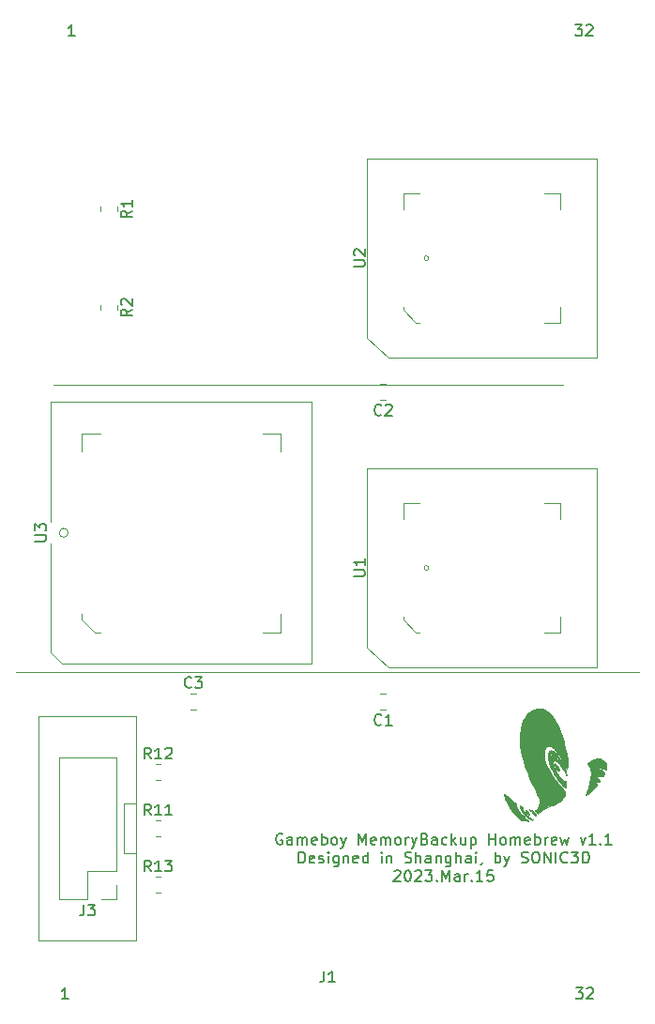
<source format=gto>
%TF.GenerationSoftware,KiCad,Pcbnew,(5.1.10-1-10_14)*%
%TF.CreationDate,2023-03-17T01:48:03+08:00*%
%TF.ProjectId,GB_MemoryBackup_Mainboard,47425f4d-656d-46f7-9279-4261636b7570,1.1*%
%TF.SameCoordinates,Original*%
%TF.FileFunction,Legend,Top*%
%TF.FilePolarity,Positive*%
%FSLAX46Y46*%
G04 Gerber Fmt 4.6, Leading zero omitted, Abs format (unit mm)*
G04 Created by KiCad (PCBNEW (5.1.10-1-10_14)) date 2023-03-17 01:48:03*
%MOMM*%
%LPD*%
G01*
G04 APERTURE LIST*
%ADD10C,0.150000*%
%ADD11C,0.100000*%
%ADD12C,0.120000*%
%ADD13C,0.010000*%
%ADD14C,0.040000*%
G04 APERTURE END LIST*
D10*
X85504571Y-132597000D02*
X85409333Y-132549380D01*
X85266476Y-132549380D01*
X85123619Y-132597000D01*
X85028380Y-132692238D01*
X84980761Y-132787476D01*
X84933142Y-132977952D01*
X84933142Y-133120809D01*
X84980761Y-133311285D01*
X85028380Y-133406523D01*
X85123619Y-133501761D01*
X85266476Y-133549380D01*
X85361714Y-133549380D01*
X85504571Y-133501761D01*
X85552190Y-133454142D01*
X85552190Y-133120809D01*
X85361714Y-133120809D01*
X86409333Y-133549380D02*
X86409333Y-133025571D01*
X86361714Y-132930333D01*
X86266476Y-132882714D01*
X86075999Y-132882714D01*
X85980761Y-132930333D01*
X86409333Y-133501761D02*
X86314095Y-133549380D01*
X86075999Y-133549380D01*
X85980761Y-133501761D01*
X85933142Y-133406523D01*
X85933142Y-133311285D01*
X85980761Y-133216047D01*
X86075999Y-133168428D01*
X86314095Y-133168428D01*
X86409333Y-133120809D01*
X86885523Y-133549380D02*
X86885523Y-132882714D01*
X86885523Y-132977952D02*
X86933142Y-132930333D01*
X87028380Y-132882714D01*
X87171238Y-132882714D01*
X87266476Y-132930333D01*
X87314095Y-133025571D01*
X87314095Y-133549380D01*
X87314095Y-133025571D02*
X87361714Y-132930333D01*
X87456952Y-132882714D01*
X87599809Y-132882714D01*
X87695047Y-132930333D01*
X87742666Y-133025571D01*
X87742666Y-133549380D01*
X88599809Y-133501761D02*
X88504571Y-133549380D01*
X88314095Y-133549380D01*
X88218857Y-133501761D01*
X88171238Y-133406523D01*
X88171238Y-133025571D01*
X88218857Y-132930333D01*
X88314095Y-132882714D01*
X88504571Y-132882714D01*
X88599809Y-132930333D01*
X88647428Y-133025571D01*
X88647428Y-133120809D01*
X88171238Y-133216047D01*
X89075999Y-133549380D02*
X89075999Y-132549380D01*
X89075999Y-132930333D02*
X89171238Y-132882714D01*
X89361714Y-132882714D01*
X89456952Y-132930333D01*
X89504571Y-132977952D01*
X89552190Y-133073190D01*
X89552190Y-133358904D01*
X89504571Y-133454142D01*
X89456952Y-133501761D01*
X89361714Y-133549380D01*
X89171238Y-133549380D01*
X89075999Y-133501761D01*
X90123619Y-133549380D02*
X90028380Y-133501761D01*
X89980761Y-133454142D01*
X89933142Y-133358904D01*
X89933142Y-133073190D01*
X89980761Y-132977952D01*
X90028380Y-132930333D01*
X90123619Y-132882714D01*
X90266476Y-132882714D01*
X90361714Y-132930333D01*
X90409333Y-132977952D01*
X90456952Y-133073190D01*
X90456952Y-133358904D01*
X90409333Y-133454142D01*
X90361714Y-133501761D01*
X90266476Y-133549380D01*
X90123619Y-133549380D01*
X90790285Y-132882714D02*
X91028380Y-133549380D01*
X91266476Y-132882714D02*
X91028380Y-133549380D01*
X90933142Y-133787476D01*
X90885523Y-133835095D01*
X90790285Y-133882714D01*
X92409333Y-133549380D02*
X92409333Y-132549380D01*
X92742666Y-133263666D01*
X93075999Y-132549380D01*
X93075999Y-133549380D01*
X93933142Y-133501761D02*
X93837904Y-133549380D01*
X93647428Y-133549380D01*
X93552190Y-133501761D01*
X93504571Y-133406523D01*
X93504571Y-133025571D01*
X93552190Y-132930333D01*
X93647428Y-132882714D01*
X93837904Y-132882714D01*
X93933142Y-132930333D01*
X93980761Y-133025571D01*
X93980761Y-133120809D01*
X93504571Y-133216047D01*
X94409333Y-133549380D02*
X94409333Y-132882714D01*
X94409333Y-132977952D02*
X94456952Y-132930333D01*
X94552190Y-132882714D01*
X94695047Y-132882714D01*
X94790285Y-132930333D01*
X94837904Y-133025571D01*
X94837904Y-133549380D01*
X94837904Y-133025571D02*
X94885523Y-132930333D01*
X94980761Y-132882714D01*
X95123619Y-132882714D01*
X95218857Y-132930333D01*
X95266476Y-133025571D01*
X95266476Y-133549380D01*
X95885523Y-133549380D02*
X95790285Y-133501761D01*
X95742666Y-133454142D01*
X95695047Y-133358904D01*
X95695047Y-133073190D01*
X95742666Y-132977952D01*
X95790285Y-132930333D01*
X95885523Y-132882714D01*
X96028380Y-132882714D01*
X96123619Y-132930333D01*
X96171238Y-132977952D01*
X96218857Y-133073190D01*
X96218857Y-133358904D01*
X96171238Y-133454142D01*
X96123619Y-133501761D01*
X96028380Y-133549380D01*
X95885523Y-133549380D01*
X96647428Y-133549380D02*
X96647428Y-132882714D01*
X96647428Y-133073190D02*
X96695047Y-132977952D01*
X96742666Y-132930333D01*
X96837904Y-132882714D01*
X96933142Y-132882714D01*
X97171238Y-132882714D02*
X97409333Y-133549380D01*
X97647428Y-132882714D02*
X97409333Y-133549380D01*
X97314095Y-133787476D01*
X97266476Y-133835095D01*
X97171238Y-133882714D01*
X98361714Y-133025571D02*
X98504571Y-133073190D01*
X98552190Y-133120809D01*
X98599809Y-133216047D01*
X98599809Y-133358904D01*
X98552190Y-133454142D01*
X98504571Y-133501761D01*
X98409333Y-133549380D01*
X98028380Y-133549380D01*
X98028380Y-132549380D01*
X98361714Y-132549380D01*
X98456952Y-132597000D01*
X98504571Y-132644619D01*
X98552190Y-132739857D01*
X98552190Y-132835095D01*
X98504571Y-132930333D01*
X98456952Y-132977952D01*
X98361714Y-133025571D01*
X98028380Y-133025571D01*
X99456952Y-133549380D02*
X99456952Y-133025571D01*
X99409333Y-132930333D01*
X99314095Y-132882714D01*
X99123619Y-132882714D01*
X99028380Y-132930333D01*
X99456952Y-133501761D02*
X99361714Y-133549380D01*
X99123619Y-133549380D01*
X99028380Y-133501761D01*
X98980761Y-133406523D01*
X98980761Y-133311285D01*
X99028380Y-133216047D01*
X99123619Y-133168428D01*
X99361714Y-133168428D01*
X99456952Y-133120809D01*
X100361714Y-133501761D02*
X100266476Y-133549380D01*
X100075999Y-133549380D01*
X99980761Y-133501761D01*
X99933142Y-133454142D01*
X99885523Y-133358904D01*
X99885523Y-133073190D01*
X99933142Y-132977952D01*
X99980761Y-132930333D01*
X100075999Y-132882714D01*
X100266476Y-132882714D01*
X100361714Y-132930333D01*
X100790285Y-133549380D02*
X100790285Y-132549380D01*
X100885523Y-133168428D02*
X101171238Y-133549380D01*
X101171238Y-132882714D02*
X100790285Y-133263666D01*
X102028380Y-132882714D02*
X102028380Y-133549380D01*
X101599809Y-132882714D02*
X101599809Y-133406523D01*
X101647428Y-133501761D01*
X101742666Y-133549380D01*
X101885523Y-133549380D01*
X101980761Y-133501761D01*
X102028380Y-133454142D01*
X102504571Y-132882714D02*
X102504571Y-133882714D01*
X102504571Y-132930333D02*
X102599809Y-132882714D01*
X102790285Y-132882714D01*
X102885523Y-132930333D01*
X102933142Y-132977952D01*
X102980761Y-133073190D01*
X102980761Y-133358904D01*
X102933142Y-133454142D01*
X102885523Y-133501761D01*
X102790285Y-133549380D01*
X102599809Y-133549380D01*
X102504571Y-133501761D01*
X104171238Y-133549380D02*
X104171238Y-132549380D01*
X104171238Y-133025571D02*
X104742666Y-133025571D01*
X104742666Y-133549380D02*
X104742666Y-132549380D01*
X105361714Y-133549380D02*
X105266476Y-133501761D01*
X105218857Y-133454142D01*
X105171238Y-133358904D01*
X105171238Y-133073190D01*
X105218857Y-132977952D01*
X105266476Y-132930333D01*
X105361714Y-132882714D01*
X105504571Y-132882714D01*
X105599809Y-132930333D01*
X105647428Y-132977952D01*
X105695047Y-133073190D01*
X105695047Y-133358904D01*
X105647428Y-133454142D01*
X105599809Y-133501761D01*
X105504571Y-133549380D01*
X105361714Y-133549380D01*
X106123619Y-133549380D02*
X106123619Y-132882714D01*
X106123619Y-132977952D02*
X106171238Y-132930333D01*
X106266476Y-132882714D01*
X106409333Y-132882714D01*
X106504571Y-132930333D01*
X106552190Y-133025571D01*
X106552190Y-133549380D01*
X106552190Y-133025571D02*
X106599809Y-132930333D01*
X106695047Y-132882714D01*
X106837904Y-132882714D01*
X106933142Y-132930333D01*
X106980761Y-133025571D01*
X106980761Y-133549380D01*
X107837904Y-133501761D02*
X107742666Y-133549380D01*
X107552190Y-133549380D01*
X107456952Y-133501761D01*
X107409333Y-133406523D01*
X107409333Y-133025571D01*
X107456952Y-132930333D01*
X107552190Y-132882714D01*
X107742666Y-132882714D01*
X107837904Y-132930333D01*
X107885523Y-133025571D01*
X107885523Y-133120809D01*
X107409333Y-133216047D01*
X108314095Y-133549380D02*
X108314095Y-132549380D01*
X108314095Y-132930333D02*
X108409333Y-132882714D01*
X108599809Y-132882714D01*
X108695047Y-132930333D01*
X108742666Y-132977952D01*
X108790285Y-133073190D01*
X108790285Y-133358904D01*
X108742666Y-133454142D01*
X108695047Y-133501761D01*
X108599809Y-133549380D01*
X108409333Y-133549380D01*
X108314095Y-133501761D01*
X109218857Y-133549380D02*
X109218857Y-132882714D01*
X109218857Y-133073190D02*
X109266476Y-132977952D01*
X109314095Y-132930333D01*
X109409333Y-132882714D01*
X109504571Y-132882714D01*
X110218857Y-133501761D02*
X110123619Y-133549380D01*
X109933142Y-133549380D01*
X109837904Y-133501761D01*
X109790285Y-133406523D01*
X109790285Y-133025571D01*
X109837904Y-132930333D01*
X109933142Y-132882714D01*
X110123619Y-132882714D01*
X110218857Y-132930333D01*
X110266476Y-133025571D01*
X110266476Y-133120809D01*
X109790285Y-133216047D01*
X110599809Y-132882714D02*
X110790285Y-133549380D01*
X110980761Y-133073190D01*
X111171238Y-133549380D01*
X111361714Y-132882714D01*
X112409333Y-132882714D02*
X112647428Y-133549380D01*
X112885523Y-132882714D01*
X113790285Y-133549380D02*
X113218857Y-133549380D01*
X113504571Y-133549380D02*
X113504571Y-132549380D01*
X113409333Y-132692238D01*
X113314095Y-132787476D01*
X113218857Y-132835095D01*
X114218857Y-133454142D02*
X114266476Y-133501761D01*
X114218857Y-133549380D01*
X114171238Y-133501761D01*
X114218857Y-133454142D01*
X114218857Y-133549380D01*
X115218857Y-133549380D02*
X114647428Y-133549380D01*
X114933142Y-133549380D02*
X114933142Y-132549380D01*
X114837904Y-132692238D01*
X114742666Y-132787476D01*
X114647428Y-132835095D01*
X87004571Y-135199380D02*
X87004571Y-134199380D01*
X87242666Y-134199380D01*
X87385523Y-134247000D01*
X87480761Y-134342238D01*
X87528380Y-134437476D01*
X87576000Y-134627952D01*
X87576000Y-134770809D01*
X87528380Y-134961285D01*
X87480761Y-135056523D01*
X87385523Y-135151761D01*
X87242666Y-135199380D01*
X87004571Y-135199380D01*
X88385523Y-135151761D02*
X88290285Y-135199380D01*
X88099809Y-135199380D01*
X88004571Y-135151761D01*
X87956952Y-135056523D01*
X87956952Y-134675571D01*
X88004571Y-134580333D01*
X88099809Y-134532714D01*
X88290285Y-134532714D01*
X88385523Y-134580333D01*
X88433142Y-134675571D01*
X88433142Y-134770809D01*
X87956952Y-134866047D01*
X88814095Y-135151761D02*
X88909333Y-135199380D01*
X89099809Y-135199380D01*
X89195047Y-135151761D01*
X89242666Y-135056523D01*
X89242666Y-135008904D01*
X89195047Y-134913666D01*
X89099809Y-134866047D01*
X88956952Y-134866047D01*
X88861714Y-134818428D01*
X88814095Y-134723190D01*
X88814095Y-134675571D01*
X88861714Y-134580333D01*
X88956952Y-134532714D01*
X89099809Y-134532714D01*
X89195047Y-134580333D01*
X89671238Y-135199380D02*
X89671238Y-134532714D01*
X89671238Y-134199380D02*
X89623619Y-134247000D01*
X89671238Y-134294619D01*
X89718857Y-134247000D01*
X89671238Y-134199380D01*
X89671238Y-134294619D01*
X90576000Y-134532714D02*
X90576000Y-135342238D01*
X90528380Y-135437476D01*
X90480761Y-135485095D01*
X90385523Y-135532714D01*
X90242666Y-135532714D01*
X90147428Y-135485095D01*
X90576000Y-135151761D02*
X90480761Y-135199380D01*
X90290285Y-135199380D01*
X90195047Y-135151761D01*
X90147428Y-135104142D01*
X90099809Y-135008904D01*
X90099809Y-134723190D01*
X90147428Y-134627952D01*
X90195047Y-134580333D01*
X90290285Y-134532714D01*
X90480761Y-134532714D01*
X90576000Y-134580333D01*
X91052190Y-134532714D02*
X91052190Y-135199380D01*
X91052190Y-134627952D02*
X91099809Y-134580333D01*
X91195047Y-134532714D01*
X91337904Y-134532714D01*
X91433142Y-134580333D01*
X91480761Y-134675571D01*
X91480761Y-135199380D01*
X92337904Y-135151761D02*
X92242666Y-135199380D01*
X92052190Y-135199380D01*
X91956952Y-135151761D01*
X91909333Y-135056523D01*
X91909333Y-134675571D01*
X91956952Y-134580333D01*
X92052190Y-134532714D01*
X92242666Y-134532714D01*
X92337904Y-134580333D01*
X92385523Y-134675571D01*
X92385523Y-134770809D01*
X91909333Y-134866047D01*
X93242666Y-135199380D02*
X93242666Y-134199380D01*
X93242666Y-135151761D02*
X93147428Y-135199380D01*
X92956952Y-135199380D01*
X92861714Y-135151761D01*
X92814095Y-135104142D01*
X92766476Y-135008904D01*
X92766476Y-134723190D01*
X92814095Y-134627952D01*
X92861714Y-134580333D01*
X92956952Y-134532714D01*
X93147428Y-134532714D01*
X93242666Y-134580333D01*
X94480761Y-135199380D02*
X94480761Y-134532714D01*
X94480761Y-134199380D02*
X94433142Y-134247000D01*
X94480761Y-134294619D01*
X94528380Y-134247000D01*
X94480761Y-134199380D01*
X94480761Y-134294619D01*
X94956952Y-134532714D02*
X94956952Y-135199380D01*
X94956952Y-134627952D02*
X95004571Y-134580333D01*
X95099809Y-134532714D01*
X95242666Y-134532714D01*
X95337904Y-134580333D01*
X95385523Y-134675571D01*
X95385523Y-135199380D01*
X96576000Y-135151761D02*
X96718857Y-135199380D01*
X96956952Y-135199380D01*
X97052190Y-135151761D01*
X97099809Y-135104142D01*
X97147428Y-135008904D01*
X97147428Y-134913666D01*
X97099809Y-134818428D01*
X97052190Y-134770809D01*
X96956952Y-134723190D01*
X96766476Y-134675571D01*
X96671238Y-134627952D01*
X96623619Y-134580333D01*
X96576000Y-134485095D01*
X96576000Y-134389857D01*
X96623619Y-134294619D01*
X96671238Y-134247000D01*
X96766476Y-134199380D01*
X97004571Y-134199380D01*
X97147428Y-134247000D01*
X97576000Y-135199380D02*
X97576000Y-134199380D01*
X98004571Y-135199380D02*
X98004571Y-134675571D01*
X97956952Y-134580333D01*
X97861714Y-134532714D01*
X97718857Y-134532714D01*
X97623619Y-134580333D01*
X97576000Y-134627952D01*
X98909333Y-135199380D02*
X98909333Y-134675571D01*
X98861714Y-134580333D01*
X98766476Y-134532714D01*
X98576000Y-134532714D01*
X98480761Y-134580333D01*
X98909333Y-135151761D02*
X98814095Y-135199380D01*
X98576000Y-135199380D01*
X98480761Y-135151761D01*
X98433142Y-135056523D01*
X98433142Y-134961285D01*
X98480761Y-134866047D01*
X98576000Y-134818428D01*
X98814095Y-134818428D01*
X98909333Y-134770809D01*
X99385523Y-134532714D02*
X99385523Y-135199380D01*
X99385523Y-134627952D02*
X99433142Y-134580333D01*
X99528380Y-134532714D01*
X99671238Y-134532714D01*
X99766476Y-134580333D01*
X99814095Y-134675571D01*
X99814095Y-135199380D01*
X100718857Y-134532714D02*
X100718857Y-135342238D01*
X100671238Y-135437476D01*
X100623619Y-135485095D01*
X100528380Y-135532714D01*
X100385523Y-135532714D01*
X100290285Y-135485095D01*
X100718857Y-135151761D02*
X100623619Y-135199380D01*
X100433142Y-135199380D01*
X100337904Y-135151761D01*
X100290285Y-135104142D01*
X100242666Y-135008904D01*
X100242666Y-134723190D01*
X100290285Y-134627952D01*
X100337904Y-134580333D01*
X100433142Y-134532714D01*
X100623619Y-134532714D01*
X100718857Y-134580333D01*
X101195047Y-135199380D02*
X101195047Y-134199380D01*
X101623619Y-135199380D02*
X101623619Y-134675571D01*
X101576000Y-134580333D01*
X101480761Y-134532714D01*
X101337904Y-134532714D01*
X101242666Y-134580333D01*
X101195047Y-134627952D01*
X102528380Y-135199380D02*
X102528380Y-134675571D01*
X102480761Y-134580333D01*
X102385523Y-134532714D01*
X102195047Y-134532714D01*
X102099809Y-134580333D01*
X102528380Y-135151761D02*
X102433142Y-135199380D01*
X102195047Y-135199380D01*
X102099809Y-135151761D01*
X102052190Y-135056523D01*
X102052190Y-134961285D01*
X102099809Y-134866047D01*
X102195047Y-134818428D01*
X102433142Y-134818428D01*
X102528380Y-134770809D01*
X103004571Y-135199380D02*
X103004571Y-134532714D01*
X103004571Y-134199380D02*
X102956952Y-134247000D01*
X103004571Y-134294619D01*
X103052190Y-134247000D01*
X103004571Y-134199380D01*
X103004571Y-134294619D01*
X103528380Y-135151761D02*
X103528380Y-135199380D01*
X103480761Y-135294619D01*
X103433142Y-135342238D01*
X104718857Y-135199380D02*
X104718857Y-134199380D01*
X104718857Y-134580333D02*
X104814095Y-134532714D01*
X105004571Y-134532714D01*
X105099809Y-134580333D01*
X105147428Y-134627952D01*
X105195047Y-134723190D01*
X105195047Y-135008904D01*
X105147428Y-135104142D01*
X105099809Y-135151761D01*
X105004571Y-135199380D01*
X104814095Y-135199380D01*
X104718857Y-135151761D01*
X105528380Y-134532714D02*
X105766476Y-135199380D01*
X106004571Y-134532714D02*
X105766476Y-135199380D01*
X105671238Y-135437476D01*
X105623619Y-135485095D01*
X105528380Y-135532714D01*
X107099809Y-135151761D02*
X107242666Y-135199380D01*
X107480761Y-135199380D01*
X107576000Y-135151761D01*
X107623619Y-135104142D01*
X107671238Y-135008904D01*
X107671238Y-134913666D01*
X107623619Y-134818428D01*
X107576000Y-134770809D01*
X107480761Y-134723190D01*
X107290285Y-134675571D01*
X107195047Y-134627952D01*
X107147428Y-134580333D01*
X107099809Y-134485095D01*
X107099809Y-134389857D01*
X107147428Y-134294619D01*
X107195047Y-134247000D01*
X107290285Y-134199380D01*
X107528380Y-134199380D01*
X107671238Y-134247000D01*
X108290285Y-134199380D02*
X108480761Y-134199380D01*
X108576000Y-134247000D01*
X108671238Y-134342238D01*
X108718857Y-134532714D01*
X108718857Y-134866047D01*
X108671238Y-135056523D01*
X108576000Y-135151761D01*
X108480761Y-135199380D01*
X108290285Y-135199380D01*
X108195047Y-135151761D01*
X108099809Y-135056523D01*
X108052190Y-134866047D01*
X108052190Y-134532714D01*
X108099809Y-134342238D01*
X108195047Y-134247000D01*
X108290285Y-134199380D01*
X109147428Y-135199380D02*
X109147428Y-134199380D01*
X109718857Y-135199380D01*
X109718857Y-134199380D01*
X110195047Y-135199380D02*
X110195047Y-134199380D01*
X111242666Y-135104142D02*
X111195047Y-135151761D01*
X111052190Y-135199380D01*
X110956952Y-135199380D01*
X110814095Y-135151761D01*
X110718857Y-135056523D01*
X110671238Y-134961285D01*
X110623619Y-134770809D01*
X110623619Y-134627952D01*
X110671238Y-134437476D01*
X110718857Y-134342238D01*
X110814095Y-134247000D01*
X110956952Y-134199380D01*
X111052190Y-134199380D01*
X111195047Y-134247000D01*
X111242666Y-134294619D01*
X111576000Y-134199380D02*
X112195047Y-134199380D01*
X111861714Y-134580333D01*
X112004571Y-134580333D01*
X112099809Y-134627952D01*
X112147428Y-134675571D01*
X112195047Y-134770809D01*
X112195047Y-135008904D01*
X112147428Y-135104142D01*
X112099809Y-135151761D01*
X112004571Y-135199380D01*
X111718857Y-135199380D01*
X111623619Y-135151761D01*
X111576000Y-135104142D01*
X112623619Y-135199380D02*
X112623619Y-134199380D01*
X112861714Y-134199380D01*
X113004571Y-134247000D01*
X113099809Y-134342238D01*
X113147428Y-134437476D01*
X113195047Y-134627952D01*
X113195047Y-134770809D01*
X113147428Y-134961285D01*
X113099809Y-135056523D01*
X113004571Y-135151761D01*
X112861714Y-135199380D01*
X112623619Y-135199380D01*
X95599809Y-135944619D02*
X95647428Y-135897000D01*
X95742666Y-135849380D01*
X95980761Y-135849380D01*
X96076000Y-135897000D01*
X96123619Y-135944619D01*
X96171238Y-136039857D01*
X96171238Y-136135095D01*
X96123619Y-136277952D01*
X95552190Y-136849380D01*
X96171238Y-136849380D01*
X96790285Y-135849380D02*
X96885523Y-135849380D01*
X96980761Y-135897000D01*
X97028380Y-135944619D01*
X97076000Y-136039857D01*
X97123619Y-136230333D01*
X97123619Y-136468428D01*
X97076000Y-136658904D01*
X97028380Y-136754142D01*
X96980761Y-136801761D01*
X96885523Y-136849380D01*
X96790285Y-136849380D01*
X96695047Y-136801761D01*
X96647428Y-136754142D01*
X96599809Y-136658904D01*
X96552190Y-136468428D01*
X96552190Y-136230333D01*
X96599809Y-136039857D01*
X96647428Y-135944619D01*
X96695047Y-135897000D01*
X96790285Y-135849380D01*
X97504571Y-135944619D02*
X97552190Y-135897000D01*
X97647428Y-135849380D01*
X97885523Y-135849380D01*
X97980761Y-135897000D01*
X98028380Y-135944619D01*
X98076000Y-136039857D01*
X98076000Y-136135095D01*
X98028380Y-136277952D01*
X97456952Y-136849380D01*
X98076000Y-136849380D01*
X98409333Y-135849380D02*
X99028380Y-135849380D01*
X98695047Y-136230333D01*
X98837904Y-136230333D01*
X98933142Y-136277952D01*
X98980761Y-136325571D01*
X99028380Y-136420809D01*
X99028380Y-136658904D01*
X98980761Y-136754142D01*
X98933142Y-136801761D01*
X98837904Y-136849380D01*
X98552190Y-136849380D01*
X98456952Y-136801761D01*
X98409333Y-136754142D01*
X99456952Y-136754142D02*
X99504571Y-136801761D01*
X99456952Y-136849380D01*
X99409333Y-136801761D01*
X99456952Y-136754142D01*
X99456952Y-136849380D01*
X99933142Y-136849380D02*
X99933142Y-135849380D01*
X100266476Y-136563666D01*
X100599809Y-135849380D01*
X100599809Y-136849380D01*
X101504571Y-136849380D02*
X101504571Y-136325571D01*
X101456952Y-136230333D01*
X101361714Y-136182714D01*
X101171238Y-136182714D01*
X101076000Y-136230333D01*
X101504571Y-136801761D02*
X101409333Y-136849380D01*
X101171238Y-136849380D01*
X101076000Y-136801761D01*
X101028380Y-136706523D01*
X101028380Y-136611285D01*
X101076000Y-136516047D01*
X101171238Y-136468428D01*
X101409333Y-136468428D01*
X101504571Y-136420809D01*
X101980761Y-136849380D02*
X101980761Y-136182714D01*
X101980761Y-136373190D02*
X102028380Y-136277952D01*
X102076000Y-136230333D01*
X102171238Y-136182714D01*
X102266476Y-136182714D01*
X102599809Y-136754142D02*
X102647428Y-136801761D01*
X102599809Y-136849380D01*
X102552190Y-136801761D01*
X102599809Y-136754142D01*
X102599809Y-136849380D01*
X103599809Y-136849380D02*
X103028380Y-136849380D01*
X103314095Y-136849380D02*
X103314095Y-135849380D01*
X103218857Y-135992238D01*
X103123619Y-136087476D01*
X103028380Y-136135095D01*
X104504571Y-135849380D02*
X104028380Y-135849380D01*
X103980761Y-136325571D01*
X104028380Y-136277952D01*
X104123619Y-136230333D01*
X104361714Y-136230333D01*
X104456952Y-136277952D01*
X104504571Y-136325571D01*
X104552190Y-136420809D01*
X104552190Y-136658904D01*
X104504571Y-136754142D01*
X104456952Y-136801761D01*
X104361714Y-136849380D01*
X104123619Y-136849380D01*
X104028380Y-136801761D01*
X103980761Y-136754142D01*
D11*
X64900000Y-92100000D02*
X110850000Y-92100000D01*
X61500000Y-118000000D02*
X117700000Y-118000000D01*
D12*
%TO.C,U2*%
X95100000Y-89595000D02*
X93155000Y-87830000D01*
X93155000Y-87830000D02*
X93155000Y-71695000D01*
X93155000Y-71695000D02*
X113855000Y-71695000D01*
X113855000Y-71695000D02*
X113855000Y-89595000D01*
X113855000Y-89595000D02*
X95100000Y-89595000D01*
X97582218Y-86470000D02*
X97865000Y-86470000D01*
X96410000Y-85297782D02*
X97582218Y-86470000D01*
X96410000Y-85015000D02*
X96410000Y-85297782D01*
X110600000Y-74820000D02*
X109145000Y-74820000D01*
X110600000Y-76275000D02*
X110600000Y-74820000D01*
X110600000Y-86470000D02*
X109145000Y-86470000D01*
X110600000Y-85015000D02*
X110600000Y-86470000D01*
X96410000Y-74820000D02*
X97865000Y-74820000D01*
X96410000Y-76275000D02*
X96410000Y-74820000D01*
X98711155Y-80645000D02*
G75*
G03*
X98711155Y-80645000I-206155J0D01*
G01*
%TO.C,U1*%
X95100000Y-117535000D02*
X93155000Y-115770000D01*
X93155000Y-115770000D02*
X93155000Y-99635000D01*
X93155000Y-99635000D02*
X113855000Y-99635000D01*
X113855000Y-99635000D02*
X113855000Y-117535000D01*
X113855000Y-117535000D02*
X95100000Y-117535000D01*
X97582218Y-114410000D02*
X97865000Y-114410000D01*
X96410000Y-113237782D02*
X97582218Y-114410000D01*
X96410000Y-112955000D02*
X96410000Y-113237782D01*
X110600000Y-102760000D02*
X109145000Y-102760000D01*
X110600000Y-104215000D02*
X110600000Y-102760000D01*
X110600000Y-114410000D02*
X109145000Y-114410000D01*
X110600000Y-112955000D02*
X110600000Y-114410000D01*
X96410000Y-102760000D02*
X97865000Y-102760000D01*
X96410000Y-104215000D02*
X96410000Y-102760000D01*
X98711155Y-108585000D02*
G75*
G03*
X98711155Y-108585000I-206155J0D01*
G01*
D13*
%TO.C,G\u002A\u002A\u002A*%
G36*
X105601490Y-128989539D02*
G01*
X105673345Y-129048073D01*
X105774954Y-129137224D01*
X105898482Y-129250114D01*
X106036093Y-129379865D01*
X106038638Y-129382300D01*
X106178803Y-129513959D01*
X106307535Y-129630209D01*
X106416342Y-129723748D01*
X106496733Y-129787275D01*
X106539910Y-129813411D01*
X106583295Y-129837442D01*
X106615334Y-129893278D01*
X106643698Y-129995396D01*
X106648823Y-130018951D01*
X106723887Y-130245840D01*
X106853342Y-130486303D01*
X107031954Y-130732074D01*
X107252774Y-130973192D01*
X107370257Y-131085694D01*
X107481147Y-131186337D01*
X107572583Y-131263778D01*
X107629622Y-131305475D01*
X107700105Y-131355569D01*
X107727141Y-131393121D01*
X107705912Y-131409592D01*
X107688062Y-131409007D01*
X107635164Y-131401896D01*
X107544962Y-131388546D01*
X107489625Y-131380039D01*
X107357078Y-131363961D01*
X107218590Y-131353803D01*
X107180409Y-131352531D01*
X107098199Y-131346475D01*
X107029533Y-131325782D01*
X106955889Y-131281385D01*
X106858744Y-131204221D01*
X106833059Y-131182524D01*
X106662333Y-131020648D01*
X106484705Y-130822156D01*
X106306251Y-130596686D01*
X106133046Y-130353872D01*
X105971164Y-130103350D01*
X105826680Y-129854756D01*
X105705671Y-129617724D01*
X105614211Y-129401891D01*
X105558374Y-129216892D01*
X105545922Y-129141026D01*
X105539459Y-129033863D01*
X105548980Y-128979664D01*
X105567224Y-128968500D01*
X105601490Y-128989539D01*
G37*
X105601490Y-128989539D02*
X105673345Y-129048073D01*
X105774954Y-129137224D01*
X105898482Y-129250114D01*
X106036093Y-129379865D01*
X106038638Y-129382300D01*
X106178803Y-129513959D01*
X106307535Y-129630209D01*
X106416342Y-129723748D01*
X106496733Y-129787275D01*
X106539910Y-129813411D01*
X106583295Y-129837442D01*
X106615334Y-129893278D01*
X106643698Y-129995396D01*
X106648823Y-130018951D01*
X106723887Y-130245840D01*
X106853342Y-130486303D01*
X107031954Y-130732074D01*
X107252774Y-130973192D01*
X107370257Y-131085694D01*
X107481147Y-131186337D01*
X107572583Y-131263778D01*
X107629622Y-131305475D01*
X107700105Y-131355569D01*
X107727141Y-131393121D01*
X107705912Y-131409592D01*
X107688062Y-131409007D01*
X107635164Y-131401896D01*
X107544962Y-131388546D01*
X107489625Y-131380039D01*
X107357078Y-131363961D01*
X107218590Y-131353803D01*
X107180409Y-131352531D01*
X107098199Y-131346475D01*
X107029533Y-131325782D01*
X106955889Y-131281385D01*
X106858744Y-131204221D01*
X106833059Y-131182524D01*
X106662333Y-131020648D01*
X106484705Y-130822156D01*
X106306251Y-130596686D01*
X106133046Y-130353872D01*
X105971164Y-130103350D01*
X105826680Y-129854756D01*
X105705671Y-129617724D01*
X105614211Y-129401891D01*
X105558374Y-129216892D01*
X105545922Y-129141026D01*
X105539459Y-129033863D01*
X105548980Y-128979664D01*
X105567224Y-128968500D01*
X105601490Y-128989539D01*
G36*
X107232307Y-130188948D02*
G01*
X107222978Y-130195090D01*
X107205620Y-130233984D01*
X107207914Y-130293384D01*
X107206619Y-130384318D01*
X107184888Y-130468262D01*
X107163460Y-130539877D01*
X107179180Y-130588079D01*
X107202867Y-130613649D01*
X107241936Y-130648554D01*
X107242215Y-130635517D01*
X107225674Y-130601914D01*
X107209509Y-130533025D01*
X107218548Y-130494443D01*
X107245029Y-130484930D01*
X107289941Y-130521857D01*
X107356656Y-130606503D01*
X107413327Y-130693504D01*
X107446587Y-130762459D01*
X107450232Y-130793348D01*
X107448517Y-130809237D01*
X107457800Y-130802337D01*
X107500426Y-130799321D01*
X107526782Y-130814488D01*
X107552895Y-130856388D01*
X107532637Y-130894933D01*
X107512740Y-130943227D01*
X107536918Y-130978033D01*
X107565765Y-130997848D01*
X107560445Y-130965570D01*
X107558794Y-130960812D01*
X107553943Y-130913577D01*
X107587314Y-130914061D01*
X107655624Y-130961927D01*
X107667329Y-130971987D01*
X107739519Y-131031058D01*
X107834221Y-131103586D01*
X107877556Y-131135397D01*
X107949502Y-131194991D01*
X107989689Y-131243660D01*
X107992642Y-131262561D01*
X108000866Y-131279070D01*
X108041273Y-131271636D01*
X108095423Y-131266968D01*
X108108750Y-131284110D01*
X108084506Y-131315394D01*
X108020007Y-131314065D01*
X107927603Y-131283081D01*
X107819641Y-131225397D01*
X107794094Y-131208789D01*
X107657061Y-131111393D01*
X107538238Y-131017771D01*
X107611333Y-131017771D01*
X107626039Y-131059159D01*
X107637791Y-131064000D01*
X107648741Y-131053850D01*
X107696000Y-131053850D01*
X107718564Y-131088247D01*
X107773115Y-131142453D01*
X107839937Y-131199411D01*
X107899314Y-131242062D01*
X107927823Y-131254425D01*
X107923641Y-131236444D01*
X107881817Y-131191599D01*
X107864323Y-131175618D01*
X107776559Y-131098523D01*
X107725893Y-131056886D01*
X107702381Y-131043511D01*
X107696076Y-131051204D01*
X107696000Y-131053850D01*
X107648741Y-131053850D01*
X107663742Y-131039945D01*
X107664250Y-131034123D01*
X107641503Y-130990484D01*
X107637791Y-130987895D01*
X107614599Y-130997608D01*
X107611333Y-131017771D01*
X107538238Y-131017771D01*
X107533912Y-131014363D01*
X107434662Y-130926513D01*
X107412842Y-130903182D01*
X107449784Y-130903182D01*
X107454127Y-130905250D01*
X107483101Y-130882898D01*
X107489625Y-130873500D01*
X107497715Y-130843817D01*
X107493372Y-130841750D01*
X107464398Y-130864101D01*
X107457875Y-130873500D01*
X107449784Y-130903182D01*
X107412842Y-130903182D01*
X107370234Y-130857625D01*
X107378500Y-130857625D01*
X107394375Y-130873500D01*
X107410250Y-130857625D01*
X107394375Y-130841750D01*
X107378500Y-130857625D01*
X107370234Y-130857625D01*
X107369328Y-130856657D01*
X107347791Y-130816063D01*
X107327540Y-130790847D01*
X107311832Y-130796082D01*
X107293693Y-130796546D01*
X107307930Y-130762375D01*
X107378500Y-130762375D01*
X107394375Y-130778250D01*
X107410250Y-130762375D01*
X107394375Y-130746500D01*
X107378500Y-130762375D01*
X107307930Y-130762375D01*
X107312949Y-130750331D01*
X107326626Y-130685386D01*
X107315503Y-130614419D01*
X107286256Y-130564576D01*
X107265140Y-130556000D01*
X107265649Y-130579464D01*
X107285074Y-130622908D01*
X107308817Y-130691593D01*
X107293294Y-130720607D01*
X107249820Y-130708673D01*
X107189707Y-130654514D01*
X107174306Y-130635413D01*
X107122435Y-130560433D01*
X107108418Y-130512808D01*
X107127054Y-130473219D01*
X107129733Y-130469901D01*
X107158997Y-130403539D01*
X107172077Y-130312961D01*
X107172125Y-130307638D01*
X107182771Y-130228225D01*
X107209970Y-130189072D01*
X107212606Y-130188316D01*
X107232307Y-130188948D01*
G37*
X107232307Y-130188948D02*
X107222978Y-130195090D01*
X107205620Y-130233984D01*
X107207914Y-130293384D01*
X107206619Y-130384318D01*
X107184888Y-130468262D01*
X107163460Y-130539877D01*
X107179180Y-130588079D01*
X107202867Y-130613649D01*
X107241936Y-130648554D01*
X107242215Y-130635517D01*
X107225674Y-130601914D01*
X107209509Y-130533025D01*
X107218548Y-130494443D01*
X107245029Y-130484930D01*
X107289941Y-130521857D01*
X107356656Y-130606503D01*
X107413327Y-130693504D01*
X107446587Y-130762459D01*
X107450232Y-130793348D01*
X107448517Y-130809237D01*
X107457800Y-130802337D01*
X107500426Y-130799321D01*
X107526782Y-130814488D01*
X107552895Y-130856388D01*
X107532637Y-130894933D01*
X107512740Y-130943227D01*
X107536918Y-130978033D01*
X107565765Y-130997848D01*
X107560445Y-130965570D01*
X107558794Y-130960812D01*
X107553943Y-130913577D01*
X107587314Y-130914061D01*
X107655624Y-130961927D01*
X107667329Y-130971987D01*
X107739519Y-131031058D01*
X107834221Y-131103586D01*
X107877556Y-131135397D01*
X107949502Y-131194991D01*
X107989689Y-131243660D01*
X107992642Y-131262561D01*
X108000866Y-131279070D01*
X108041273Y-131271636D01*
X108095423Y-131266968D01*
X108108750Y-131284110D01*
X108084506Y-131315394D01*
X108020007Y-131314065D01*
X107927603Y-131283081D01*
X107819641Y-131225397D01*
X107794094Y-131208789D01*
X107657061Y-131111393D01*
X107538238Y-131017771D01*
X107611333Y-131017771D01*
X107626039Y-131059159D01*
X107637791Y-131064000D01*
X107648741Y-131053850D01*
X107696000Y-131053850D01*
X107718564Y-131088247D01*
X107773115Y-131142453D01*
X107839937Y-131199411D01*
X107899314Y-131242062D01*
X107927823Y-131254425D01*
X107923641Y-131236444D01*
X107881817Y-131191599D01*
X107864323Y-131175618D01*
X107776559Y-131098523D01*
X107725893Y-131056886D01*
X107702381Y-131043511D01*
X107696076Y-131051204D01*
X107696000Y-131053850D01*
X107648741Y-131053850D01*
X107663742Y-131039945D01*
X107664250Y-131034123D01*
X107641503Y-130990484D01*
X107637791Y-130987895D01*
X107614599Y-130997608D01*
X107611333Y-131017771D01*
X107538238Y-131017771D01*
X107533912Y-131014363D01*
X107434662Y-130926513D01*
X107412842Y-130903182D01*
X107449784Y-130903182D01*
X107454127Y-130905250D01*
X107483101Y-130882898D01*
X107489625Y-130873500D01*
X107497715Y-130843817D01*
X107493372Y-130841750D01*
X107464398Y-130864101D01*
X107457875Y-130873500D01*
X107449784Y-130903182D01*
X107412842Y-130903182D01*
X107370234Y-130857625D01*
X107378500Y-130857625D01*
X107394375Y-130873500D01*
X107410250Y-130857625D01*
X107394375Y-130841750D01*
X107378500Y-130857625D01*
X107370234Y-130857625D01*
X107369328Y-130856657D01*
X107347791Y-130816063D01*
X107327540Y-130790847D01*
X107311832Y-130796082D01*
X107293693Y-130796546D01*
X107307930Y-130762375D01*
X107378500Y-130762375D01*
X107394375Y-130778250D01*
X107410250Y-130762375D01*
X107394375Y-130746500D01*
X107378500Y-130762375D01*
X107307930Y-130762375D01*
X107312949Y-130750331D01*
X107326626Y-130685386D01*
X107315503Y-130614419D01*
X107286256Y-130564576D01*
X107265140Y-130556000D01*
X107265649Y-130579464D01*
X107285074Y-130622908D01*
X107308817Y-130691593D01*
X107293294Y-130720607D01*
X107249820Y-130708673D01*
X107189707Y-130654514D01*
X107174306Y-130635413D01*
X107122435Y-130560433D01*
X107108418Y-130512808D01*
X107127054Y-130473219D01*
X107129733Y-130469901D01*
X107158997Y-130403539D01*
X107172077Y-130312961D01*
X107172125Y-130307638D01*
X107182771Y-130228225D01*
X107209970Y-130189072D01*
X107212606Y-130188316D01*
X107232307Y-130188948D01*
G36*
X107839474Y-130390108D02*
G01*
X107905775Y-130420004D01*
X107959694Y-130455187D01*
X107968895Y-130464088D01*
X108028674Y-130510473D01*
X108072114Y-130524250D01*
X108098329Y-130516524D01*
X108072865Y-130487417D01*
X108059255Y-130476615D01*
X108017249Y-130442559D01*
X108027058Y-130440073D01*
X108063784Y-130452802D01*
X108123870Y-130490517D01*
X108199124Y-130558247D01*
X108231673Y-130593310D01*
X108296876Y-130680646D01*
X108298230Y-130684968D01*
X108280513Y-130694512D01*
X108259912Y-130710409D01*
X108225062Y-130757992D01*
X108230089Y-130798686D01*
X108258790Y-130810000D01*
X108261686Y-130794182D01*
X108257192Y-130789108D01*
X108256762Y-130750863D01*
X108275712Y-130717671D01*
X108298450Y-130685669D01*
X108318374Y-130749258D01*
X108313964Y-130787444D01*
X108312630Y-130854969D01*
X108349003Y-130885798D01*
X108384784Y-130893721D01*
X108369742Y-130866052D01*
X108369057Y-130865224D01*
X108352348Y-130805711D01*
X108361095Y-130780927D01*
X108385665Y-130760137D01*
X108406438Y-130797655D01*
X108407623Y-130801332D01*
X108414683Y-130872236D01*
X108399276Y-130937006D01*
X108368334Y-130968478D01*
X108364896Y-130968750D01*
X108335856Y-130945721D01*
X108278133Y-130884312D01*
X108202319Y-130796037D01*
X108171786Y-130758849D01*
X108075894Y-130649064D01*
X108030250Y-130603047D01*
X108127081Y-130603047D01*
X108127334Y-130635349D01*
X108130825Y-130649435D01*
X108150961Y-130705830D01*
X108172197Y-130705580D01*
X108185901Y-130686597D01*
X108179940Y-130645856D01*
X108158523Y-130621282D01*
X108127081Y-130603047D01*
X108030250Y-130603047D01*
X107976776Y-130549137D01*
X107893225Y-130477777D01*
X107880492Y-130468880D01*
X107808578Y-130419860D01*
X107765239Y-130387559D01*
X107759500Y-130381558D01*
X107783234Y-130374344D01*
X107839474Y-130390108D01*
G37*
X107839474Y-130390108D02*
X107905775Y-130420004D01*
X107959694Y-130455187D01*
X107968895Y-130464088D01*
X108028674Y-130510473D01*
X108072114Y-130524250D01*
X108098329Y-130516524D01*
X108072865Y-130487417D01*
X108059255Y-130476615D01*
X108017249Y-130442559D01*
X108027058Y-130440073D01*
X108063784Y-130452802D01*
X108123870Y-130490517D01*
X108199124Y-130558247D01*
X108231673Y-130593310D01*
X108296876Y-130680646D01*
X108298230Y-130684968D01*
X108280513Y-130694512D01*
X108259912Y-130710409D01*
X108225062Y-130757992D01*
X108230089Y-130798686D01*
X108258790Y-130810000D01*
X108261686Y-130794182D01*
X108257192Y-130789108D01*
X108256762Y-130750863D01*
X108275712Y-130717671D01*
X108298450Y-130685669D01*
X108318374Y-130749258D01*
X108313964Y-130787444D01*
X108312630Y-130854969D01*
X108349003Y-130885798D01*
X108384784Y-130893721D01*
X108369742Y-130866052D01*
X108369057Y-130865224D01*
X108352348Y-130805711D01*
X108361095Y-130780927D01*
X108385665Y-130760137D01*
X108406438Y-130797655D01*
X108407623Y-130801332D01*
X108414683Y-130872236D01*
X108399276Y-130937006D01*
X108368334Y-130968478D01*
X108364896Y-130968750D01*
X108335856Y-130945721D01*
X108278133Y-130884312D01*
X108202319Y-130796037D01*
X108171786Y-130758849D01*
X108075894Y-130649064D01*
X108030250Y-130603047D01*
X108127081Y-130603047D01*
X108127334Y-130635349D01*
X108130825Y-130649435D01*
X108150961Y-130705830D01*
X108172197Y-130705580D01*
X108185901Y-130686597D01*
X108179940Y-130645856D01*
X108158523Y-130621282D01*
X108127081Y-130603047D01*
X108030250Y-130603047D01*
X107976776Y-130549137D01*
X107893225Y-130477777D01*
X107880492Y-130468880D01*
X107808578Y-130419860D01*
X107765239Y-130387559D01*
X107759500Y-130381558D01*
X107783234Y-130374344D01*
X107839474Y-130390108D01*
G36*
X107545337Y-130453196D02*
G01*
X107617728Y-130515054D01*
X107688598Y-130598476D01*
X107745774Y-130687365D01*
X107777082Y-130765624D01*
X107773728Y-130812664D01*
X107740894Y-130839009D01*
X107690100Y-130824454D01*
X107620272Y-130775446D01*
X107547124Y-130702496D01*
X107489650Y-130617543D01*
X107453420Y-130534710D01*
X107444007Y-130468119D01*
X107466981Y-130431892D01*
X107483597Y-130429000D01*
X107545337Y-130453196D01*
G37*
X107545337Y-130453196D02*
X107617728Y-130515054D01*
X107688598Y-130598476D01*
X107745774Y-130687365D01*
X107777082Y-130765624D01*
X107773728Y-130812664D01*
X107740894Y-130839009D01*
X107690100Y-130824454D01*
X107620272Y-130775446D01*
X107547124Y-130702496D01*
X107489650Y-130617543D01*
X107453420Y-130534710D01*
X107444007Y-130468119D01*
X107466981Y-130431892D01*
X107483597Y-130429000D01*
X107545337Y-130453196D01*
G36*
X109070722Y-121312382D02*
G01*
X109312352Y-121424329D01*
X109548077Y-121594553D01*
X109775476Y-121820450D01*
X109992126Y-122099411D01*
X110195606Y-122428832D01*
X110383495Y-122806106D01*
X110484885Y-123047125D01*
X110582411Y-123299046D01*
X110667648Y-123531832D01*
X110744189Y-123757514D01*
X110815630Y-123988122D01*
X110885566Y-124235687D01*
X110957590Y-124512240D01*
X111035299Y-124829812D01*
X111101504Y-125110875D01*
X111149428Y-125319881D01*
X111184240Y-125483763D01*
X111208028Y-125619052D01*
X111222879Y-125742278D01*
X111230881Y-125869972D01*
X111234120Y-126018665D01*
X111234686Y-126165606D01*
X111232454Y-126370859D01*
X111225831Y-126529108D01*
X111215177Y-126634915D01*
X111200849Y-126682840D01*
X111200578Y-126683121D01*
X111174308Y-126680920D01*
X111132756Y-126632010D01*
X111072774Y-126531972D01*
X111014518Y-126422140D01*
X110783886Y-125988749D01*
X110568619Y-125616212D01*
X110368102Y-125303929D01*
X110181721Y-125051297D01*
X110008862Y-124857716D01*
X109848910Y-124722582D01*
X109701251Y-124645295D01*
X109565269Y-124625253D01*
X109440351Y-124661854D01*
X109325882Y-124754497D01*
X109319011Y-124762191D01*
X109239777Y-124874786D01*
X109186050Y-125008902D01*
X109154575Y-125177049D01*
X109142100Y-125391733D01*
X109141588Y-125444250D01*
X109150338Y-125670219D01*
X109180937Y-125881684D01*
X109237645Y-126093958D01*
X109324728Y-126322351D01*
X109446447Y-126582175D01*
X109473057Y-126634822D01*
X109762477Y-127151082D01*
X110079977Y-127617938D01*
X110432773Y-128045959D01*
X110446884Y-128061502D01*
X110619942Y-128252626D01*
X110754131Y-128404366D01*
X110854231Y-128523457D01*
X110925022Y-128616632D01*
X110971286Y-128690628D01*
X110997803Y-128752177D01*
X111009352Y-128808016D01*
X111010970Y-128856154D01*
X110979511Y-129032212D01*
X110897276Y-129220101D01*
X110771567Y-129405984D01*
X110651223Y-129537617D01*
X110497301Y-129670693D01*
X110327566Y-129784760D01*
X110127580Y-129888009D01*
X109882905Y-129988631D01*
X109807375Y-130016388D01*
X109546615Y-130119760D01*
X109293345Y-130237712D01*
X109061684Y-130362712D01*
X108865750Y-130487226D01*
X108737885Y-130587015D01*
X108650843Y-130663310D01*
X108583740Y-130719720D01*
X108549036Y-130745823D01*
X108547195Y-130746500D01*
X108523093Y-130723555D01*
X108472357Y-130663943D01*
X108417860Y-130595687D01*
X108300280Y-130444875D01*
X108371202Y-130397652D01*
X108545136Y-130247033D01*
X108665087Y-130064642D01*
X108729707Y-129854230D01*
X108737646Y-129619551D01*
X108711021Y-129452497D01*
X108687793Y-129384584D01*
X108640328Y-129270517D01*
X108573312Y-129120673D01*
X108491431Y-128945429D01*
X108399373Y-128755161D01*
X108361883Y-128679445D01*
X108067176Y-128070931D01*
X107811479Y-127504960D01*
X107592761Y-126975622D01*
X107408995Y-126477003D01*
X107258150Y-126003191D01*
X107138196Y-125548274D01*
X107047105Y-125106340D01*
X106982847Y-124671476D01*
X106981121Y-124656841D01*
X106940668Y-124126414D01*
X106946862Y-123629759D01*
X106999194Y-123168836D01*
X107097158Y-122745609D01*
X107240244Y-122362039D01*
X107427945Y-122020089D01*
X107659753Y-121721720D01*
X107770153Y-121609863D01*
X107995511Y-121439762D01*
X108251359Y-121324112D01*
X108533122Y-121264423D01*
X108825609Y-121261321D01*
X109070722Y-121312382D01*
G37*
X109070722Y-121312382D02*
X109312352Y-121424329D01*
X109548077Y-121594553D01*
X109775476Y-121820450D01*
X109992126Y-122099411D01*
X110195606Y-122428832D01*
X110383495Y-122806106D01*
X110484885Y-123047125D01*
X110582411Y-123299046D01*
X110667648Y-123531832D01*
X110744189Y-123757514D01*
X110815630Y-123988122D01*
X110885566Y-124235687D01*
X110957590Y-124512240D01*
X111035299Y-124829812D01*
X111101504Y-125110875D01*
X111149428Y-125319881D01*
X111184240Y-125483763D01*
X111208028Y-125619052D01*
X111222879Y-125742278D01*
X111230881Y-125869972D01*
X111234120Y-126018665D01*
X111234686Y-126165606D01*
X111232454Y-126370859D01*
X111225831Y-126529108D01*
X111215177Y-126634915D01*
X111200849Y-126682840D01*
X111200578Y-126683121D01*
X111174308Y-126680920D01*
X111132756Y-126632010D01*
X111072774Y-126531972D01*
X111014518Y-126422140D01*
X110783886Y-125988749D01*
X110568619Y-125616212D01*
X110368102Y-125303929D01*
X110181721Y-125051297D01*
X110008862Y-124857716D01*
X109848910Y-124722582D01*
X109701251Y-124645295D01*
X109565269Y-124625253D01*
X109440351Y-124661854D01*
X109325882Y-124754497D01*
X109319011Y-124762191D01*
X109239777Y-124874786D01*
X109186050Y-125008902D01*
X109154575Y-125177049D01*
X109142100Y-125391733D01*
X109141588Y-125444250D01*
X109150338Y-125670219D01*
X109180937Y-125881684D01*
X109237645Y-126093958D01*
X109324728Y-126322351D01*
X109446447Y-126582175D01*
X109473057Y-126634822D01*
X109762477Y-127151082D01*
X110079977Y-127617938D01*
X110432773Y-128045959D01*
X110446884Y-128061502D01*
X110619942Y-128252626D01*
X110754131Y-128404366D01*
X110854231Y-128523457D01*
X110925022Y-128616632D01*
X110971286Y-128690628D01*
X110997803Y-128752177D01*
X111009352Y-128808016D01*
X111010970Y-128856154D01*
X110979511Y-129032212D01*
X110897276Y-129220101D01*
X110771567Y-129405984D01*
X110651223Y-129537617D01*
X110497301Y-129670693D01*
X110327566Y-129784760D01*
X110127580Y-129888009D01*
X109882905Y-129988631D01*
X109807375Y-130016388D01*
X109546615Y-130119760D01*
X109293345Y-130237712D01*
X109061684Y-130362712D01*
X108865750Y-130487226D01*
X108737885Y-130587015D01*
X108650843Y-130663310D01*
X108583740Y-130719720D01*
X108549036Y-130745823D01*
X108547195Y-130746500D01*
X108523093Y-130723555D01*
X108472357Y-130663943D01*
X108417860Y-130595687D01*
X108300280Y-130444875D01*
X108371202Y-130397652D01*
X108545136Y-130247033D01*
X108665087Y-130064642D01*
X108729707Y-129854230D01*
X108737646Y-129619551D01*
X108711021Y-129452497D01*
X108687793Y-129384584D01*
X108640328Y-129270517D01*
X108573312Y-129120673D01*
X108491431Y-128945429D01*
X108399373Y-128755161D01*
X108361883Y-128679445D01*
X108067176Y-128070931D01*
X107811479Y-127504960D01*
X107592761Y-126975622D01*
X107408995Y-126477003D01*
X107258150Y-126003191D01*
X107138196Y-125548274D01*
X107047105Y-125106340D01*
X106982847Y-124671476D01*
X106981121Y-124656841D01*
X106940668Y-124126414D01*
X106946862Y-123629759D01*
X106999194Y-123168836D01*
X107097158Y-122745609D01*
X107240244Y-122362039D01*
X107427945Y-122020089D01*
X107659753Y-121721720D01*
X107770153Y-121609863D01*
X107995511Y-121439762D01*
X108251359Y-121324112D01*
X108533122Y-121264423D01*
X108825609Y-121261321D01*
X109070722Y-121312382D01*
G36*
X106978971Y-130054429D02*
G01*
X106989022Y-130119334D01*
X106985617Y-130147100D01*
X106981883Y-130214210D01*
X107000167Y-130238500D01*
X107016883Y-130218353D01*
X107010040Y-130201354D01*
X107008464Y-130177752D01*
X107042513Y-130185479D01*
X107099975Y-130203857D01*
X107119159Y-130207236D01*
X107116162Y-130220829D01*
X107095100Y-130236375D01*
X107053147Y-130288775D01*
X107039432Y-130356895D01*
X107058778Y-130410521D01*
X107066349Y-130416430D01*
X107087625Y-130419712D01*
X107080062Y-130402407D01*
X107075726Y-130347837D01*
X107090066Y-130310188D01*
X107112176Y-130281895D01*
X107121661Y-130305141D01*
X107123534Y-130355688D01*
X107113315Y-130440793D01*
X107085542Y-130476556D01*
X107047622Y-130457191D01*
X107029374Y-130429233D01*
X107009371Y-130366050D01*
X107013780Y-130333093D01*
X107011366Y-130304280D01*
X107000648Y-130302000D01*
X106973329Y-130274780D01*
X106943009Y-130209332D01*
X106917673Y-130129969D01*
X106914361Y-130111500D01*
X106934000Y-130111500D01*
X106945616Y-130137633D01*
X106955166Y-130132666D01*
X106958966Y-130094986D01*
X106955166Y-130090333D01*
X106936291Y-130094691D01*
X106934000Y-130111500D01*
X106914361Y-130111500D01*
X106905302Y-130061004D01*
X106910925Y-130028740D01*
X106949309Y-130018480D01*
X106978971Y-130054429D01*
G37*
X106978971Y-130054429D02*
X106989022Y-130119334D01*
X106985617Y-130147100D01*
X106981883Y-130214210D01*
X107000167Y-130238500D01*
X107016883Y-130218353D01*
X107010040Y-130201354D01*
X107008464Y-130177752D01*
X107042513Y-130185479D01*
X107099975Y-130203857D01*
X107119159Y-130207236D01*
X107116162Y-130220829D01*
X107095100Y-130236375D01*
X107053147Y-130288775D01*
X107039432Y-130356895D01*
X107058778Y-130410521D01*
X107066349Y-130416430D01*
X107087625Y-130419712D01*
X107080062Y-130402407D01*
X107075726Y-130347837D01*
X107090066Y-130310188D01*
X107112176Y-130281895D01*
X107121661Y-130305141D01*
X107123534Y-130355688D01*
X107113315Y-130440793D01*
X107085542Y-130476556D01*
X107047622Y-130457191D01*
X107029374Y-130429233D01*
X107009371Y-130366050D01*
X107013780Y-130333093D01*
X107011366Y-130304280D01*
X107000648Y-130302000D01*
X106973329Y-130274780D01*
X106943009Y-130209332D01*
X106917673Y-130129969D01*
X106914361Y-130111500D01*
X106934000Y-130111500D01*
X106945616Y-130137633D01*
X106955166Y-130132666D01*
X106958966Y-130094986D01*
X106955166Y-130090333D01*
X106936291Y-130094691D01*
X106934000Y-130111500D01*
X106914361Y-130111500D01*
X106905302Y-130061004D01*
X106910925Y-130028740D01*
X106949309Y-130018480D01*
X106978971Y-130054429D01*
G36*
X107092750Y-130102300D02*
G01*
X107144220Y-130127431D01*
X107156250Y-130146953D01*
X107149572Y-130171546D01*
X107148312Y-130171316D01*
X107115148Y-130161282D01*
X107084812Y-130153113D01*
X107037754Y-130128385D01*
X107029250Y-130112144D01*
X107054594Y-130097665D01*
X107092750Y-130102300D01*
G37*
X107092750Y-130102300D02*
X107144220Y-130127431D01*
X107156250Y-130146953D01*
X107149572Y-130171546D01*
X107148312Y-130171316D01*
X107115148Y-130161282D01*
X107084812Y-130153113D01*
X107037754Y-130128385D01*
X107029250Y-130112144D01*
X107054594Y-130097665D01*
X107092750Y-130102300D01*
G36*
X114102202Y-125799737D02*
G01*
X114353843Y-125885658D01*
X114398108Y-125906933D01*
X114576036Y-126023490D01*
X114696771Y-126167231D01*
X114761387Y-126340103D01*
X114770963Y-126544054D01*
X114767869Y-126576119D01*
X114749144Y-126688352D01*
X114716392Y-126746093D01*
X114656744Y-126756767D01*
X114557330Y-126727802D01*
X114525961Y-126715712D01*
X114368614Y-126674225D01*
X114178687Y-126654686D01*
X113983695Y-126658525D01*
X113839625Y-126680051D01*
X113788725Y-126693519D01*
X113784588Y-126703839D01*
X113833175Y-126715494D01*
X113901877Y-126726868D01*
X114070879Y-126764398D01*
X114235829Y-126819581D01*
X114377662Y-126884810D01*
X114477310Y-126952477D01*
X114484432Y-126959296D01*
X114533082Y-127019647D01*
X114550570Y-127085983D01*
X114545513Y-127180311D01*
X114520171Y-127307073D01*
X114473774Y-127378608D01*
X114397774Y-127401945D01*
X114294298Y-127386873D01*
X114182023Y-127370558D01*
X114046156Y-127366905D01*
X113970215Y-127371490D01*
X113783682Y-127390742D01*
X113875153Y-127437268D01*
X114002221Y-127519314D01*
X114093783Y-127613596D01*
X114138599Y-127707599D01*
X114141250Y-127733593D01*
X114133648Y-127835293D01*
X114101753Y-127892042D01*
X114031930Y-127916319D01*
X113936769Y-127920750D01*
X113839437Y-127924135D01*
X113770618Y-127932807D01*
X113751692Y-127939890D01*
X113760142Y-127970670D01*
X113805683Y-128021620D01*
X113816697Y-128031409D01*
X113860818Y-128078116D01*
X113877059Y-128126561D01*
X113861639Y-128185805D01*
X113810776Y-128264906D01*
X113720687Y-128372924D01*
X113634268Y-128468413D01*
X113551083Y-128552167D01*
X113443019Y-128651508D01*
X113320598Y-128757862D01*
X113194341Y-128862657D01*
X113074770Y-128957320D01*
X112972406Y-129033276D01*
X112897769Y-129081953D01*
X112864691Y-129095500D01*
X112868105Y-129069042D01*
X112895006Y-128997566D01*
X112940611Y-128892914D01*
X112983237Y-128801812D01*
X113129346Y-128441038D01*
X113246626Y-128029104D01*
X113331072Y-127587043D01*
X113364261Y-127326124D01*
X113375390Y-127111166D01*
X113362333Y-126927839D01*
X113322962Y-126761811D01*
X113255147Y-126598754D01*
X113158949Y-126427875D01*
X113032015Y-126222125D01*
X113179287Y-126085075D01*
X113395933Y-125919612D01*
X113622479Y-125816827D01*
X113858158Y-125776831D01*
X114102202Y-125799737D01*
G37*
X114102202Y-125799737D02*
X114353843Y-125885658D01*
X114398108Y-125906933D01*
X114576036Y-126023490D01*
X114696771Y-126167231D01*
X114761387Y-126340103D01*
X114770963Y-126544054D01*
X114767869Y-126576119D01*
X114749144Y-126688352D01*
X114716392Y-126746093D01*
X114656744Y-126756767D01*
X114557330Y-126727802D01*
X114525961Y-126715712D01*
X114368614Y-126674225D01*
X114178687Y-126654686D01*
X113983695Y-126658525D01*
X113839625Y-126680051D01*
X113788725Y-126693519D01*
X113784588Y-126703839D01*
X113833175Y-126715494D01*
X113901877Y-126726868D01*
X114070879Y-126764398D01*
X114235829Y-126819581D01*
X114377662Y-126884810D01*
X114477310Y-126952477D01*
X114484432Y-126959296D01*
X114533082Y-127019647D01*
X114550570Y-127085983D01*
X114545513Y-127180311D01*
X114520171Y-127307073D01*
X114473774Y-127378608D01*
X114397774Y-127401945D01*
X114294298Y-127386873D01*
X114182023Y-127370558D01*
X114046156Y-127366905D01*
X113970215Y-127371490D01*
X113783682Y-127390742D01*
X113875153Y-127437268D01*
X114002221Y-127519314D01*
X114093783Y-127613596D01*
X114138599Y-127707599D01*
X114141250Y-127733593D01*
X114133648Y-127835293D01*
X114101753Y-127892042D01*
X114031930Y-127916319D01*
X113936769Y-127920750D01*
X113839437Y-127924135D01*
X113770618Y-127932807D01*
X113751692Y-127939890D01*
X113760142Y-127970670D01*
X113805683Y-128021620D01*
X113816697Y-128031409D01*
X113860818Y-128078116D01*
X113877059Y-128126561D01*
X113861639Y-128185805D01*
X113810776Y-128264906D01*
X113720687Y-128372924D01*
X113634268Y-128468413D01*
X113551083Y-128552167D01*
X113443019Y-128651508D01*
X113320598Y-128757862D01*
X113194341Y-128862657D01*
X113074770Y-128957320D01*
X112972406Y-129033276D01*
X112897769Y-129081953D01*
X112864691Y-129095500D01*
X112868105Y-129069042D01*
X112895006Y-128997566D01*
X112940611Y-128892914D01*
X112983237Y-128801812D01*
X113129346Y-128441038D01*
X113246626Y-128029104D01*
X113331072Y-127587043D01*
X113364261Y-127326124D01*
X113375390Y-127111166D01*
X113362333Y-126927839D01*
X113322962Y-126761811D01*
X113255147Y-126598754D01*
X113158949Y-126427875D01*
X113032015Y-126222125D01*
X113179287Y-126085075D01*
X113395933Y-125919612D01*
X113622479Y-125816827D01*
X113858158Y-125776831D01*
X114102202Y-125799737D01*
G36*
X110298534Y-127087698D02*
G01*
X110299500Y-127095524D01*
X110320488Y-127150611D01*
X110376805Y-127237832D01*
X110458481Y-127344819D01*
X110555543Y-127459209D01*
X110658022Y-127568635D01*
X110753715Y-127658812D01*
X110862694Y-127734178D01*
X110966259Y-127761459D01*
X110984838Y-127762000D01*
X111096466Y-127762000D01*
X111090676Y-128048167D01*
X111086517Y-128183668D01*
X111079483Y-128265127D01*
X111067679Y-128301993D01*
X111049211Y-128303715D01*
X111040675Y-128297642D01*
X110993847Y-128276327D01*
X110975738Y-128281678D01*
X110981091Y-128313481D01*
X111012624Y-128344534D01*
X111053291Y-128390238D01*
X111057931Y-128418952D01*
X111031965Y-128413840D01*
X110974538Y-128370846D01*
X110897168Y-128298832D01*
X110882488Y-128283959D01*
X110782643Y-128180484D01*
X110725211Y-128114596D01*
X110711316Y-128085338D01*
X110792779Y-128085338D01*
X110795352Y-128120651D01*
X110833791Y-128176178D01*
X110836057Y-128178637D01*
X110883225Y-128236859D01*
X110902750Y-128275986D01*
X110914297Y-128301673D01*
X110915266Y-128301750D01*
X110923107Y-128274588D01*
X110923203Y-128222397D01*
X110907040Y-128162668D01*
X110881583Y-128143022D01*
X110878665Y-128141330D01*
X110970759Y-128141330D01*
X110971781Y-128204537D01*
X111003775Y-128248031D01*
X111005937Y-128248972D01*
X111044362Y-128265240D01*
X111048737Y-128267493D01*
X111050776Y-128239595D01*
X111053339Y-128163507D01*
X111055931Y-128054530D01*
X111056375Y-128031875D01*
X111055167Y-127918089D01*
X111047850Y-127833899D01*
X111035923Y-127794802D01*
X111033351Y-127793750D01*
X111019953Y-127821788D01*
X111018109Y-127892592D01*
X111021437Y-127932487D01*
X111024045Y-128031139D01*
X111007436Y-128087972D01*
X111001662Y-128093111D01*
X110970759Y-128141330D01*
X110878665Y-128141330D01*
X110838132Y-128117830D01*
X110830367Y-128103312D01*
X110804270Y-128079878D01*
X110792779Y-128085338D01*
X110711316Y-128085338D01*
X110708106Y-128078579D01*
X110729242Y-128064719D01*
X110786534Y-128065301D01*
X110824185Y-128068271D01*
X110911756Y-128072601D01*
X110953277Y-128061260D01*
X110965663Y-128026799D01*
X110966250Y-128005719D01*
X110945536Y-127946464D01*
X110894384Y-127931883D01*
X110829280Y-127963863D01*
X110805461Y-127987298D01*
X110744766Y-128028842D01*
X110700624Y-128035765D01*
X110641086Y-128008195D01*
X110577752Y-127953181D01*
X110527129Y-127889305D01*
X110521596Y-127875306D01*
X110559634Y-127875306D01*
X110592749Y-127921615D01*
X110650771Y-127950321D01*
X110671909Y-127952500D01*
X110725761Y-127946857D01*
X110725752Y-127922710D01*
X110712250Y-127904875D01*
X110690998Y-127865423D01*
X110708362Y-127857250D01*
X110739628Y-127831471D01*
X110744000Y-127807824D01*
X110749739Y-127776148D01*
X110778195Y-127783603D01*
X110814564Y-127807824D01*
X110892157Y-127848788D01*
X110947419Y-127853025D01*
X110966250Y-127823626D01*
X110946351Y-127805690D01*
X110930950Y-127811818D01*
X110885958Y-127814815D01*
X110875387Y-127805755D01*
X110831129Y-127764982D01*
X110774299Y-127733269D01*
X110727435Y-127720789D01*
X110712250Y-127732120D01*
X110687548Y-127751849D01*
X110648750Y-127746125D01*
X110597536Y-127737758D01*
X110589855Y-127765021D01*
X110618117Y-127827587D01*
X110634767Y-127878133D01*
X110618117Y-127889000D01*
X110587112Y-127864223D01*
X110585250Y-127851958D01*
X110574883Y-127828021D01*
X110568627Y-127831539D01*
X110559634Y-127875306D01*
X110521596Y-127875306D01*
X110505725Y-127835151D01*
X110509142Y-127820213D01*
X110512504Y-127798599D01*
X110498378Y-127804446D01*
X110459770Y-127795910D01*
X110414097Y-127746969D01*
X110373648Y-127681295D01*
X110368880Y-127652599D01*
X110399272Y-127645688D01*
X110410625Y-127645583D01*
X110452777Y-127668274D01*
X110458250Y-127687916D01*
X110478585Y-127726633D01*
X110492328Y-127730250D01*
X110515604Y-127705143D01*
X110514924Y-127674687D01*
X110482677Y-127629223D01*
X110455446Y-127622476D01*
X110420537Y-127603364D01*
X110407717Y-127533549D01*
X110407450Y-127515568D01*
X110390538Y-127418610D01*
X110387196Y-127413851D01*
X110427465Y-127413851D01*
X110447461Y-127470018D01*
X110497516Y-127543161D01*
X110560304Y-127612872D01*
X110618497Y-127658745D01*
X110641907Y-127666419D01*
X110647607Y-127647813D01*
X110613655Y-127600645D01*
X110591149Y-127577267D01*
X110522157Y-127503245D01*
X110469970Y-127436022D01*
X110464020Y-127426454D01*
X110436787Y-127389415D01*
X110427623Y-127408950D01*
X110427465Y-127413851D01*
X110387196Y-127413851D01*
X110353475Y-127365842D01*
X110309581Y-127323152D01*
X110299500Y-127301141D01*
X110319032Y-127300654D01*
X110363000Y-127333375D01*
X110410950Y-127369332D01*
X110423403Y-127362059D01*
X110402692Y-127319325D01*
X110351154Y-127248899D01*
X110329959Y-127223449D01*
X110260880Y-127134887D01*
X110238035Y-127083245D01*
X110259626Y-127063907D01*
X110267750Y-127063500D01*
X110298534Y-127087698D01*
G37*
X110298534Y-127087698D02*
X110299500Y-127095524D01*
X110320488Y-127150611D01*
X110376805Y-127237832D01*
X110458481Y-127344819D01*
X110555543Y-127459209D01*
X110658022Y-127568635D01*
X110753715Y-127658812D01*
X110862694Y-127734178D01*
X110966259Y-127761459D01*
X110984838Y-127762000D01*
X111096466Y-127762000D01*
X111090676Y-128048167D01*
X111086517Y-128183668D01*
X111079483Y-128265127D01*
X111067679Y-128301993D01*
X111049211Y-128303715D01*
X111040675Y-128297642D01*
X110993847Y-128276327D01*
X110975738Y-128281678D01*
X110981091Y-128313481D01*
X111012624Y-128344534D01*
X111053291Y-128390238D01*
X111057931Y-128418952D01*
X111031965Y-128413840D01*
X110974538Y-128370846D01*
X110897168Y-128298832D01*
X110882488Y-128283959D01*
X110782643Y-128180484D01*
X110725211Y-128114596D01*
X110711316Y-128085338D01*
X110792779Y-128085338D01*
X110795352Y-128120651D01*
X110833791Y-128176178D01*
X110836057Y-128178637D01*
X110883225Y-128236859D01*
X110902750Y-128275986D01*
X110914297Y-128301673D01*
X110915266Y-128301750D01*
X110923107Y-128274588D01*
X110923203Y-128222397D01*
X110907040Y-128162668D01*
X110881583Y-128143022D01*
X110878665Y-128141330D01*
X110970759Y-128141330D01*
X110971781Y-128204537D01*
X111003775Y-128248031D01*
X111005937Y-128248972D01*
X111044362Y-128265240D01*
X111048737Y-128267493D01*
X111050776Y-128239595D01*
X111053339Y-128163507D01*
X111055931Y-128054530D01*
X111056375Y-128031875D01*
X111055167Y-127918089D01*
X111047850Y-127833899D01*
X111035923Y-127794802D01*
X111033351Y-127793750D01*
X111019953Y-127821788D01*
X111018109Y-127892592D01*
X111021437Y-127932487D01*
X111024045Y-128031139D01*
X111007436Y-128087972D01*
X111001662Y-128093111D01*
X110970759Y-128141330D01*
X110878665Y-128141330D01*
X110838132Y-128117830D01*
X110830367Y-128103312D01*
X110804270Y-128079878D01*
X110792779Y-128085338D01*
X110711316Y-128085338D01*
X110708106Y-128078579D01*
X110729242Y-128064719D01*
X110786534Y-128065301D01*
X110824185Y-128068271D01*
X110911756Y-128072601D01*
X110953277Y-128061260D01*
X110965663Y-128026799D01*
X110966250Y-128005719D01*
X110945536Y-127946464D01*
X110894384Y-127931883D01*
X110829280Y-127963863D01*
X110805461Y-127987298D01*
X110744766Y-128028842D01*
X110700624Y-128035765D01*
X110641086Y-128008195D01*
X110577752Y-127953181D01*
X110527129Y-127889305D01*
X110521596Y-127875306D01*
X110559634Y-127875306D01*
X110592749Y-127921615D01*
X110650771Y-127950321D01*
X110671909Y-127952500D01*
X110725761Y-127946857D01*
X110725752Y-127922710D01*
X110712250Y-127904875D01*
X110690998Y-127865423D01*
X110708362Y-127857250D01*
X110739628Y-127831471D01*
X110744000Y-127807824D01*
X110749739Y-127776148D01*
X110778195Y-127783603D01*
X110814564Y-127807824D01*
X110892157Y-127848788D01*
X110947419Y-127853025D01*
X110966250Y-127823626D01*
X110946351Y-127805690D01*
X110930950Y-127811818D01*
X110885958Y-127814815D01*
X110875387Y-127805755D01*
X110831129Y-127764982D01*
X110774299Y-127733269D01*
X110727435Y-127720789D01*
X110712250Y-127732120D01*
X110687548Y-127751849D01*
X110648750Y-127746125D01*
X110597536Y-127737758D01*
X110589855Y-127765021D01*
X110618117Y-127827587D01*
X110634767Y-127878133D01*
X110618117Y-127889000D01*
X110587112Y-127864223D01*
X110585250Y-127851958D01*
X110574883Y-127828021D01*
X110568627Y-127831539D01*
X110559634Y-127875306D01*
X110521596Y-127875306D01*
X110505725Y-127835151D01*
X110509142Y-127820213D01*
X110512504Y-127798599D01*
X110498378Y-127804446D01*
X110459770Y-127795910D01*
X110414097Y-127746969D01*
X110373648Y-127681295D01*
X110368880Y-127652599D01*
X110399272Y-127645688D01*
X110410625Y-127645583D01*
X110452777Y-127668274D01*
X110458250Y-127687916D01*
X110478585Y-127726633D01*
X110492328Y-127730250D01*
X110515604Y-127705143D01*
X110514924Y-127674687D01*
X110482677Y-127629223D01*
X110455446Y-127622476D01*
X110420537Y-127603364D01*
X110407717Y-127533549D01*
X110407450Y-127515568D01*
X110390538Y-127418610D01*
X110387196Y-127413851D01*
X110427465Y-127413851D01*
X110447461Y-127470018D01*
X110497516Y-127543161D01*
X110560304Y-127612872D01*
X110618497Y-127658745D01*
X110641907Y-127666419D01*
X110647607Y-127647813D01*
X110613655Y-127600645D01*
X110591149Y-127577267D01*
X110522157Y-127503245D01*
X110469970Y-127436022D01*
X110464020Y-127426454D01*
X110436787Y-127389415D01*
X110427623Y-127408950D01*
X110427465Y-127413851D01*
X110387196Y-127413851D01*
X110353475Y-127365842D01*
X110309581Y-127323152D01*
X110299500Y-127301141D01*
X110319032Y-127300654D01*
X110363000Y-127333375D01*
X110410950Y-127369332D01*
X110423403Y-127362059D01*
X110402692Y-127319325D01*
X110351154Y-127248899D01*
X110329959Y-127223449D01*
X110260880Y-127134887D01*
X110238035Y-127083245D01*
X110259626Y-127063907D01*
X110267750Y-127063500D01*
X110298534Y-127087698D01*
G36*
X110934500Y-128031875D02*
G01*
X110918625Y-128047750D01*
X110902750Y-128031875D01*
X110918625Y-128016000D01*
X110934500Y-128031875D01*
G37*
X110934500Y-128031875D02*
X110918625Y-128047750D01*
X110902750Y-128031875D01*
X110918625Y-128016000D01*
X110934500Y-128031875D01*
G36*
X110479051Y-125660472D02*
G01*
X110527347Y-125729151D01*
X110588798Y-125828052D01*
X110615221Y-125873401D01*
X110679794Y-125983116D01*
X110734442Y-126070238D01*
X110770369Y-126120963D01*
X110777317Y-126127843D01*
X110802791Y-126165817D01*
X110834021Y-126240264D01*
X110841534Y-126262254D01*
X110871665Y-126342072D01*
X110898078Y-126391800D01*
X110902920Y-126396750D01*
X110931532Y-126433486D01*
X110971560Y-126502423D01*
X110976909Y-126512716D01*
X111008255Y-126580867D01*
X111007905Y-126614199D01*
X110978045Y-126632047D01*
X110943256Y-126669438D01*
X110944599Y-126694773D01*
X110939681Y-126752827D01*
X110924346Y-126775203D01*
X110905559Y-126814206D01*
X110930697Y-126838900D01*
X110961350Y-126884752D01*
X110959856Y-126908056D01*
X110938881Y-126903553D01*
X110896019Y-126853450D01*
X110839656Y-126767967D01*
X110826052Y-126745041D01*
X110758113Y-126633755D01*
X110693187Y-126536323D01*
X110644896Y-126473144D01*
X110643428Y-126471537D01*
X110604427Y-126412243D01*
X110614612Y-126382350D01*
X110647002Y-126339209D01*
X110648750Y-126327488D01*
X110631359Y-126313417D01*
X110603102Y-126331609D01*
X110566440Y-126347234D01*
X110532592Y-126316975D01*
X110507523Y-126272937D01*
X110506844Y-126271957D01*
X110541066Y-126271957D01*
X110543461Y-126289384D01*
X110571934Y-126318271D01*
X110593334Y-126306115D01*
X110647619Y-126287389D01*
X110668493Y-126291502D01*
X110705413Y-126287781D01*
X110708750Y-126254467D01*
X110680215Y-126221949D01*
X110623142Y-126211337D01*
X110568165Y-126232245D01*
X110541066Y-126271957D01*
X110506844Y-126271957D01*
X110453460Y-126194975D01*
X110392789Y-126141706D01*
X110391958Y-126141256D01*
X110345032Y-126093876D01*
X110345028Y-126078645D01*
X110363000Y-126078645D01*
X110390943Y-126110241D01*
X110459833Y-126132402D01*
X110547259Y-126139940D01*
X110604004Y-126134428D01*
X110672424Y-126141069D01*
X110713193Y-126195707D01*
X110728475Y-126302830D01*
X110726617Y-126388976D01*
X110727919Y-126476074D01*
X110740478Y-126533058D01*
X110747296Y-126541662D01*
X110771474Y-126532232D01*
X110775750Y-126507875D01*
X110788484Y-126472022D01*
X110802469Y-126473015D01*
X110819685Y-126513193D01*
X110823448Y-126586014D01*
X110827570Y-126653291D01*
X110845460Y-126682465D01*
X110846228Y-126682500D01*
X110860413Y-126702253D01*
X110855125Y-126714250D01*
X110857642Y-126743507D01*
X110869126Y-126746000D01*
X110901561Y-126735824D01*
X110902750Y-126732191D01*
X110892670Y-126695600D01*
X110871095Y-126635127D01*
X110864825Y-126613671D01*
X110906452Y-126613671D01*
X110911114Y-126641436D01*
X110934500Y-126634875D01*
X110962125Y-126589564D01*
X110965763Y-126561563D01*
X110960625Y-126526031D01*
X110938676Y-126549110D01*
X110934500Y-126555500D01*
X110906452Y-126613671D01*
X110864825Y-126613671D01*
X110854579Y-126578617D01*
X110868767Y-126570537D01*
X110876491Y-126574768D01*
X110900239Y-126576180D01*
X110893267Y-126544833D01*
X110892904Y-126499656D01*
X110911683Y-126491034D01*
X110920952Y-126478088D01*
X110894812Y-126457706D01*
X110848568Y-126407869D01*
X110839250Y-126374149D01*
X110826006Y-126321142D01*
X110792784Y-126248073D01*
X110749348Y-126171075D01*
X110705461Y-126106279D01*
X110670887Y-126069820D01*
X110656434Y-126072072D01*
X110618539Y-126101535D01*
X110562841Y-126111000D01*
X110508605Y-126105291D01*
X110508162Y-126081309D01*
X110521015Y-126064260D01*
X110542232Y-126016770D01*
X110511295Y-125969010D01*
X110473334Y-125937337D01*
X110593461Y-125937337D01*
X110599819Y-125950137D01*
X110630094Y-125982962D01*
X110635663Y-125959813D01*
X110627956Y-125935005D01*
X110604581Y-125900428D01*
X110594023Y-125901143D01*
X110593461Y-125937337D01*
X110473334Y-125937337D01*
X110459689Y-125925953D01*
X110441334Y-125935745D01*
X110449050Y-125984000D01*
X110446933Y-126036026D01*
X110414328Y-126047500D01*
X110369747Y-126063257D01*
X110363000Y-126078645D01*
X110345028Y-126078645D01*
X110345022Y-126057404D01*
X110345705Y-126022929D01*
X110316751Y-126026703D01*
X110266692Y-126028465D01*
X110253242Y-126017962D01*
X110206028Y-125988926D01*
X110124524Y-125970363D01*
X110037557Y-125965773D01*
X109973953Y-125978655D01*
X109967062Y-125983222D01*
X109938745Y-126029354D01*
X109917944Y-126100936D01*
X109908366Y-126174529D01*
X109913722Y-126226690D01*
X109926749Y-126238000D01*
X109939904Y-126257744D01*
X109934780Y-126269093D01*
X109932767Y-126318997D01*
X109948757Y-126362211D01*
X109963701Y-126413139D01*
X109927141Y-126441286D01*
X109912540Y-126446266D01*
X109864745Y-126466330D01*
X109874177Y-126489970D01*
X109898589Y-126508850D01*
X109933021Y-126547978D01*
X109916850Y-126572394D01*
X109870858Y-126570436D01*
X109851936Y-126551630D01*
X109828827Y-126526800D01*
X109823736Y-126547873D01*
X109845468Y-126597380D01*
X109885123Y-126640849D01*
X109926738Y-126692610D01*
X109924460Y-126727248D01*
X109880769Y-126729191D01*
X109871548Y-126725990D01*
X109843664Y-126723026D01*
X109850250Y-126757260D01*
X109863715Y-126787336D01*
X109893777Y-126839758D01*
X109919914Y-126839093D01*
X109943044Y-126813897D01*
X109971754Y-126783736D01*
X109974297Y-126804729D01*
X109966252Y-126841250D01*
X109956156Y-126892542D01*
X109967143Y-126887580D01*
X109982991Y-126863400D01*
X110000856Y-126795399D01*
X109989137Y-126768150D01*
X109975220Y-126730125D01*
X110013750Y-126730125D01*
X110029625Y-126746000D01*
X110045500Y-126730125D01*
X110029625Y-126714250D01*
X110013750Y-126730125D01*
X109975220Y-126730125D01*
X109968097Y-126710664D01*
X109961153Y-126638451D01*
X109992913Y-126638451D01*
X109997875Y-126650750D01*
X110026405Y-126681038D01*
X110031498Y-126682500D01*
X110045135Y-126657935D01*
X110045500Y-126650750D01*
X110021092Y-126620220D01*
X110011876Y-126619000D01*
X109992913Y-126638451D01*
X109961153Y-126638451D01*
X109960652Y-126633246D01*
X109954179Y-126551445D01*
X109938273Y-126498308D01*
X109933686Y-126464637D01*
X109945058Y-126460250D01*
X109976713Y-126486576D01*
X110018093Y-126550817D01*
X110058197Y-126630864D01*
X110086023Y-126704609D01*
X110090570Y-126749944D01*
X110089872Y-126751263D01*
X110094612Y-126776657D01*
X110102029Y-126777750D01*
X110133424Y-126803759D01*
X110167919Y-126865062D01*
X110191321Y-126922632D01*
X110186144Y-126927091D01*
X110153857Y-126888875D01*
X110117141Y-126845849D01*
X110111873Y-126854544D01*
X110123730Y-126896812D01*
X110128735Y-126953390D01*
X110098236Y-126968250D01*
X110065587Y-126947556D01*
X110069035Y-126896812D01*
X110075444Y-126849001D01*
X110066780Y-126843177D01*
X110045737Y-126886329D01*
X110037361Y-126922552D01*
X110015677Y-126997373D01*
X110001137Y-127026859D01*
X109999402Y-127083969D01*
X110025868Y-127120975D01*
X110064855Y-127153411D01*
X110077211Y-127137942D01*
X110077736Y-127125866D01*
X110082985Y-127096062D01*
X110105474Y-127121589D01*
X110109000Y-127127000D01*
X110130067Y-127154756D01*
X110141823Y-127146158D01*
X110149343Y-127090675D01*
X110153658Y-127034350D01*
X110182586Y-126984650D01*
X110200928Y-126974648D01*
X110229764Y-126978559D01*
X110227749Y-127027551D01*
X110223965Y-127043625D01*
X110227681Y-127151352D01*
X110251346Y-127201112D01*
X110280383Y-127260905D01*
X110280272Y-127294393D01*
X110284132Y-127329979D01*
X110318166Y-127393657D01*
X110329932Y-127410900D01*
X110377690Y-127506340D01*
X110378881Y-127571478D01*
X110348198Y-127623850D01*
X110315558Y-127630603D01*
X110299532Y-127588456D01*
X110299500Y-127585501D01*
X110315972Y-127553368D01*
X110333872Y-127557245D01*
X110346890Y-127552237D01*
X110333010Y-127512060D01*
X110301462Y-127453768D01*
X110261477Y-127394412D01*
X110222286Y-127351044D01*
X110222218Y-127350987D01*
X110181445Y-127325996D01*
X110175305Y-127341525D01*
X110201270Y-127386599D01*
X110241416Y-127434390D01*
X110282861Y-127490819D01*
X110289792Y-127528079D01*
X110288713Y-127529369D01*
X110256009Y-127526199D01*
X110213757Y-127480128D01*
X110174145Y-127407918D01*
X110152373Y-127341827D01*
X110130944Y-127284517D01*
X110107846Y-127270588D01*
X110076173Y-127258151D01*
X110047145Y-127222250D01*
X110077250Y-127222250D01*
X110088866Y-127248383D01*
X110098416Y-127243416D01*
X110101768Y-127210174D01*
X110159386Y-127210174D01*
X110184849Y-127253558D01*
X110230097Y-127281569D01*
X110247825Y-127283243D01*
X110261289Y-127273869D01*
X110243937Y-127264722D01*
X110207893Y-127222878D01*
X110204250Y-127201855D01*
X110187453Y-127171579D01*
X110170958Y-127175577D01*
X110159386Y-127210174D01*
X110101768Y-127210174D01*
X110102216Y-127205736D01*
X110098416Y-127201083D01*
X110079541Y-127205441D01*
X110077250Y-127222250D01*
X110047145Y-127222250D01*
X110034208Y-127206250D01*
X109993485Y-127135048D01*
X109965541Y-127064713D01*
X109961894Y-127015449D01*
X109960004Y-126979395D01*
X109944252Y-126976568D01*
X109914694Y-126953608D01*
X109871906Y-126886193D01*
X109827276Y-126793625D01*
X109783005Y-126693513D01*
X109770152Y-126666625D01*
X109791500Y-126666625D01*
X109807375Y-126682500D01*
X109823250Y-126666625D01*
X109807375Y-126650750D01*
X109791500Y-126666625D01*
X109770152Y-126666625D01*
X109747314Y-126618850D01*
X109728943Y-126587250D01*
X109702391Y-126539625D01*
X109759750Y-126539625D01*
X109775625Y-126555500D01*
X109791500Y-126539625D01*
X109775625Y-126523750D01*
X109759750Y-126539625D01*
X109702391Y-126539625D01*
X109692830Y-126522476D01*
X109668756Y-126423419D01*
X109664080Y-126347301D01*
X109737145Y-126347301D01*
X109742860Y-126393553D01*
X109767484Y-126451288D01*
X109783998Y-126446726D01*
X109791258Y-126380690D01*
X109791500Y-126358650D01*
X109787257Y-126311249D01*
X109826879Y-126311249D01*
X109844416Y-126343833D01*
X109866483Y-126362014D01*
X109874712Y-126340892D01*
X109878020Y-126301500D01*
X109869533Y-126250075D01*
X109853026Y-126238000D01*
X109827319Y-126262002D01*
X109826879Y-126311249D01*
X109787257Y-126311249D01*
X109785626Y-126293031D01*
X109765958Y-126284130D01*
X109756596Y-126291953D01*
X109737145Y-126347301D01*
X109664080Y-126347301D01*
X109662339Y-126318972D01*
X109667752Y-126272564D01*
X109673643Y-126222125D01*
X109728000Y-126222125D01*
X109743875Y-126238000D01*
X109759750Y-126222125D01*
X109743875Y-126206250D01*
X109728000Y-126222125D01*
X109673643Y-126222125D01*
X109678078Y-126184164D01*
X109672471Y-126116753D01*
X109671468Y-126113814D01*
X109663273Y-126081015D01*
X109686635Y-126090378D01*
X109714117Y-126111000D01*
X109771149Y-126160468D01*
X109797711Y-126189455D01*
X109832477Y-126204056D01*
X109841896Y-126198186D01*
X109836050Y-126165261D01*
X109791740Y-126115571D01*
X109788060Y-126112438D01*
X109739526Y-126064908D01*
X109738961Y-126045626D01*
X109823250Y-126045626D01*
X109846297Y-126077957D01*
X109855000Y-126079250D01*
X109885924Y-126068417D01*
X109886750Y-126065248D01*
X109864501Y-126038141D01*
X109855000Y-126031625D01*
X109825742Y-126034142D01*
X109823250Y-126045626D01*
X109738961Y-126045626D01*
X109738641Y-126034713D01*
X109759750Y-126016881D01*
X109832093Y-125988920D01*
X109870875Y-125984000D01*
X109912773Y-125978411D01*
X109896041Y-125957515D01*
X109886750Y-125951118D01*
X109859989Y-125922424D01*
X109878178Y-125888750D01*
X109918500Y-125888750D01*
X109945092Y-125914546D01*
X109982000Y-125920500D01*
X110033592Y-125907203D01*
X110045500Y-125888750D01*
X110018907Y-125862953D01*
X109982000Y-125857000D01*
X109930407Y-125870296D01*
X109918500Y-125888750D01*
X109878178Y-125888750D01*
X109878619Y-125887934D01*
X109910562Y-125859203D01*
X109970038Y-125796627D01*
X109972884Y-125758376D01*
X109919485Y-125747113D01*
X109894687Y-125749137D01*
X109849929Y-125751915D01*
X109864377Y-125743540D01*
X109870875Y-125741652D01*
X109937946Y-125713590D01*
X109964537Y-125695168D01*
X110017620Y-125672463D01*
X110088325Y-125667746D01*
X110142967Y-125681893D01*
X110151418Y-125690312D01*
X110143600Y-125728448D01*
X110121542Y-125755064D01*
X110085401Y-125775228D01*
X110077250Y-125763001D01*
X110053844Y-125731163D01*
X110045500Y-125730000D01*
X110017332Y-125755716D01*
X110013750Y-125777625D01*
X110035222Y-125819802D01*
X110053737Y-125825250D01*
X110100117Y-125849561D01*
X110134082Y-125889871D01*
X110168963Y-125933308D01*
X110207044Y-125929543D01*
X110244033Y-125905746D01*
X110311617Y-125866678D01*
X110347246Y-125860470D01*
X110341494Y-125884634D01*
X110303920Y-125921556D01*
X110254622Y-125965007D01*
X110252860Y-125981446D01*
X110295982Y-125984000D01*
X110359675Y-125987393D01*
X110383648Y-125991937D01*
X110405080Y-125975635D01*
X110414701Y-125925469D01*
X110410522Y-125870312D01*
X110394063Y-125840700D01*
X110386903Y-125806291D01*
X110411893Y-125771820D01*
X110462279Y-125739583D01*
X110484653Y-125753693D01*
X110463899Y-125802321D01*
X110458886Y-125808607D01*
X110439212Y-125847579D01*
X110450965Y-125857000D01*
X110521750Y-125857000D01*
X110533366Y-125883133D01*
X110542916Y-125878166D01*
X110546716Y-125840486D01*
X110542916Y-125835833D01*
X110524041Y-125840191D01*
X110521750Y-125857000D01*
X110450965Y-125857000D01*
X110492189Y-125832194D01*
X110506250Y-125777639D01*
X110488055Y-125723129D01*
X110475853Y-125711462D01*
X110432348Y-125667212D01*
X110434311Y-125638690D01*
X110452587Y-125634750D01*
X110479051Y-125660472D01*
G37*
X110479051Y-125660472D02*
X110527347Y-125729151D01*
X110588798Y-125828052D01*
X110615221Y-125873401D01*
X110679794Y-125983116D01*
X110734442Y-126070238D01*
X110770369Y-126120963D01*
X110777317Y-126127843D01*
X110802791Y-126165817D01*
X110834021Y-126240264D01*
X110841534Y-126262254D01*
X110871665Y-126342072D01*
X110898078Y-126391800D01*
X110902920Y-126396750D01*
X110931532Y-126433486D01*
X110971560Y-126502423D01*
X110976909Y-126512716D01*
X111008255Y-126580867D01*
X111007905Y-126614199D01*
X110978045Y-126632047D01*
X110943256Y-126669438D01*
X110944599Y-126694773D01*
X110939681Y-126752827D01*
X110924346Y-126775203D01*
X110905559Y-126814206D01*
X110930697Y-126838900D01*
X110961350Y-126884752D01*
X110959856Y-126908056D01*
X110938881Y-126903553D01*
X110896019Y-126853450D01*
X110839656Y-126767967D01*
X110826052Y-126745041D01*
X110758113Y-126633755D01*
X110693187Y-126536323D01*
X110644896Y-126473144D01*
X110643428Y-126471537D01*
X110604427Y-126412243D01*
X110614612Y-126382350D01*
X110647002Y-126339209D01*
X110648750Y-126327488D01*
X110631359Y-126313417D01*
X110603102Y-126331609D01*
X110566440Y-126347234D01*
X110532592Y-126316975D01*
X110507523Y-126272937D01*
X110506844Y-126271957D01*
X110541066Y-126271957D01*
X110543461Y-126289384D01*
X110571934Y-126318271D01*
X110593334Y-126306115D01*
X110647619Y-126287389D01*
X110668493Y-126291502D01*
X110705413Y-126287781D01*
X110708750Y-126254467D01*
X110680215Y-126221949D01*
X110623142Y-126211337D01*
X110568165Y-126232245D01*
X110541066Y-126271957D01*
X110506844Y-126271957D01*
X110453460Y-126194975D01*
X110392789Y-126141706D01*
X110391958Y-126141256D01*
X110345032Y-126093876D01*
X110345028Y-126078645D01*
X110363000Y-126078645D01*
X110390943Y-126110241D01*
X110459833Y-126132402D01*
X110547259Y-126139940D01*
X110604004Y-126134428D01*
X110672424Y-126141069D01*
X110713193Y-126195707D01*
X110728475Y-126302830D01*
X110726617Y-126388976D01*
X110727919Y-126476074D01*
X110740478Y-126533058D01*
X110747296Y-126541662D01*
X110771474Y-126532232D01*
X110775750Y-126507875D01*
X110788484Y-126472022D01*
X110802469Y-126473015D01*
X110819685Y-126513193D01*
X110823448Y-126586014D01*
X110827570Y-126653291D01*
X110845460Y-126682465D01*
X110846228Y-126682500D01*
X110860413Y-126702253D01*
X110855125Y-126714250D01*
X110857642Y-126743507D01*
X110869126Y-126746000D01*
X110901561Y-126735824D01*
X110902750Y-126732191D01*
X110892670Y-126695600D01*
X110871095Y-126635127D01*
X110864825Y-126613671D01*
X110906452Y-126613671D01*
X110911114Y-126641436D01*
X110934500Y-126634875D01*
X110962125Y-126589564D01*
X110965763Y-126561563D01*
X110960625Y-126526031D01*
X110938676Y-126549110D01*
X110934500Y-126555500D01*
X110906452Y-126613671D01*
X110864825Y-126613671D01*
X110854579Y-126578617D01*
X110868767Y-126570537D01*
X110876491Y-126574768D01*
X110900239Y-126576180D01*
X110893267Y-126544833D01*
X110892904Y-126499656D01*
X110911683Y-126491034D01*
X110920952Y-126478088D01*
X110894812Y-126457706D01*
X110848568Y-126407869D01*
X110839250Y-126374149D01*
X110826006Y-126321142D01*
X110792784Y-126248073D01*
X110749348Y-126171075D01*
X110705461Y-126106279D01*
X110670887Y-126069820D01*
X110656434Y-126072072D01*
X110618539Y-126101535D01*
X110562841Y-126111000D01*
X110508605Y-126105291D01*
X110508162Y-126081309D01*
X110521015Y-126064260D01*
X110542232Y-126016770D01*
X110511295Y-125969010D01*
X110473334Y-125937337D01*
X110593461Y-125937337D01*
X110599819Y-125950137D01*
X110630094Y-125982962D01*
X110635663Y-125959813D01*
X110627956Y-125935005D01*
X110604581Y-125900428D01*
X110594023Y-125901143D01*
X110593461Y-125937337D01*
X110473334Y-125937337D01*
X110459689Y-125925953D01*
X110441334Y-125935745D01*
X110449050Y-125984000D01*
X110446933Y-126036026D01*
X110414328Y-126047500D01*
X110369747Y-126063257D01*
X110363000Y-126078645D01*
X110345028Y-126078645D01*
X110345022Y-126057404D01*
X110345705Y-126022929D01*
X110316751Y-126026703D01*
X110266692Y-126028465D01*
X110253242Y-126017962D01*
X110206028Y-125988926D01*
X110124524Y-125970363D01*
X110037557Y-125965773D01*
X109973953Y-125978655D01*
X109967062Y-125983222D01*
X109938745Y-126029354D01*
X109917944Y-126100936D01*
X109908366Y-126174529D01*
X109913722Y-126226690D01*
X109926749Y-126238000D01*
X109939904Y-126257744D01*
X109934780Y-126269093D01*
X109932767Y-126318997D01*
X109948757Y-126362211D01*
X109963701Y-126413139D01*
X109927141Y-126441286D01*
X109912540Y-126446266D01*
X109864745Y-126466330D01*
X109874177Y-126489970D01*
X109898589Y-126508850D01*
X109933021Y-126547978D01*
X109916850Y-126572394D01*
X109870858Y-126570436D01*
X109851936Y-126551630D01*
X109828827Y-126526800D01*
X109823736Y-126547873D01*
X109845468Y-126597380D01*
X109885123Y-126640849D01*
X109926738Y-126692610D01*
X109924460Y-126727248D01*
X109880769Y-126729191D01*
X109871548Y-126725990D01*
X109843664Y-126723026D01*
X109850250Y-126757260D01*
X109863715Y-126787336D01*
X109893777Y-126839758D01*
X109919914Y-126839093D01*
X109943044Y-126813897D01*
X109971754Y-126783736D01*
X109974297Y-126804729D01*
X109966252Y-126841250D01*
X109956156Y-126892542D01*
X109967143Y-126887580D01*
X109982991Y-126863400D01*
X110000856Y-126795399D01*
X109989137Y-126768150D01*
X109975220Y-126730125D01*
X110013750Y-126730125D01*
X110029625Y-126746000D01*
X110045500Y-126730125D01*
X110029625Y-126714250D01*
X110013750Y-126730125D01*
X109975220Y-126730125D01*
X109968097Y-126710664D01*
X109961153Y-126638451D01*
X109992913Y-126638451D01*
X109997875Y-126650750D01*
X110026405Y-126681038D01*
X110031498Y-126682500D01*
X110045135Y-126657935D01*
X110045500Y-126650750D01*
X110021092Y-126620220D01*
X110011876Y-126619000D01*
X109992913Y-126638451D01*
X109961153Y-126638451D01*
X109960652Y-126633246D01*
X109954179Y-126551445D01*
X109938273Y-126498308D01*
X109933686Y-126464637D01*
X109945058Y-126460250D01*
X109976713Y-126486576D01*
X110018093Y-126550817D01*
X110058197Y-126630864D01*
X110086023Y-126704609D01*
X110090570Y-126749944D01*
X110089872Y-126751263D01*
X110094612Y-126776657D01*
X110102029Y-126777750D01*
X110133424Y-126803759D01*
X110167919Y-126865062D01*
X110191321Y-126922632D01*
X110186144Y-126927091D01*
X110153857Y-126888875D01*
X110117141Y-126845849D01*
X110111873Y-126854544D01*
X110123730Y-126896812D01*
X110128735Y-126953390D01*
X110098236Y-126968250D01*
X110065587Y-126947556D01*
X110069035Y-126896812D01*
X110075444Y-126849001D01*
X110066780Y-126843177D01*
X110045737Y-126886329D01*
X110037361Y-126922552D01*
X110015677Y-126997373D01*
X110001137Y-127026859D01*
X109999402Y-127083969D01*
X110025868Y-127120975D01*
X110064855Y-127153411D01*
X110077211Y-127137942D01*
X110077736Y-127125866D01*
X110082985Y-127096062D01*
X110105474Y-127121589D01*
X110109000Y-127127000D01*
X110130067Y-127154756D01*
X110141823Y-127146158D01*
X110149343Y-127090675D01*
X110153658Y-127034350D01*
X110182586Y-126984650D01*
X110200928Y-126974648D01*
X110229764Y-126978559D01*
X110227749Y-127027551D01*
X110223965Y-127043625D01*
X110227681Y-127151352D01*
X110251346Y-127201112D01*
X110280383Y-127260905D01*
X110280272Y-127294393D01*
X110284132Y-127329979D01*
X110318166Y-127393657D01*
X110329932Y-127410900D01*
X110377690Y-127506340D01*
X110378881Y-127571478D01*
X110348198Y-127623850D01*
X110315558Y-127630603D01*
X110299532Y-127588456D01*
X110299500Y-127585501D01*
X110315972Y-127553368D01*
X110333872Y-127557245D01*
X110346890Y-127552237D01*
X110333010Y-127512060D01*
X110301462Y-127453768D01*
X110261477Y-127394412D01*
X110222286Y-127351044D01*
X110222218Y-127350987D01*
X110181445Y-127325996D01*
X110175305Y-127341525D01*
X110201270Y-127386599D01*
X110241416Y-127434390D01*
X110282861Y-127490819D01*
X110289792Y-127528079D01*
X110288713Y-127529369D01*
X110256009Y-127526199D01*
X110213757Y-127480128D01*
X110174145Y-127407918D01*
X110152373Y-127341827D01*
X110130944Y-127284517D01*
X110107846Y-127270588D01*
X110076173Y-127258151D01*
X110047145Y-127222250D01*
X110077250Y-127222250D01*
X110088866Y-127248383D01*
X110098416Y-127243416D01*
X110101768Y-127210174D01*
X110159386Y-127210174D01*
X110184849Y-127253558D01*
X110230097Y-127281569D01*
X110247825Y-127283243D01*
X110261289Y-127273869D01*
X110243937Y-127264722D01*
X110207893Y-127222878D01*
X110204250Y-127201855D01*
X110187453Y-127171579D01*
X110170958Y-127175577D01*
X110159386Y-127210174D01*
X110101768Y-127210174D01*
X110102216Y-127205736D01*
X110098416Y-127201083D01*
X110079541Y-127205441D01*
X110077250Y-127222250D01*
X110047145Y-127222250D01*
X110034208Y-127206250D01*
X109993485Y-127135048D01*
X109965541Y-127064713D01*
X109961894Y-127015449D01*
X109960004Y-126979395D01*
X109944252Y-126976568D01*
X109914694Y-126953608D01*
X109871906Y-126886193D01*
X109827276Y-126793625D01*
X109783005Y-126693513D01*
X109770152Y-126666625D01*
X109791500Y-126666625D01*
X109807375Y-126682500D01*
X109823250Y-126666625D01*
X109807375Y-126650750D01*
X109791500Y-126666625D01*
X109770152Y-126666625D01*
X109747314Y-126618850D01*
X109728943Y-126587250D01*
X109702391Y-126539625D01*
X109759750Y-126539625D01*
X109775625Y-126555500D01*
X109791500Y-126539625D01*
X109775625Y-126523750D01*
X109759750Y-126539625D01*
X109702391Y-126539625D01*
X109692830Y-126522476D01*
X109668756Y-126423419D01*
X109664080Y-126347301D01*
X109737145Y-126347301D01*
X109742860Y-126393553D01*
X109767484Y-126451288D01*
X109783998Y-126446726D01*
X109791258Y-126380690D01*
X109791500Y-126358650D01*
X109787257Y-126311249D01*
X109826879Y-126311249D01*
X109844416Y-126343833D01*
X109866483Y-126362014D01*
X109874712Y-126340892D01*
X109878020Y-126301500D01*
X109869533Y-126250075D01*
X109853026Y-126238000D01*
X109827319Y-126262002D01*
X109826879Y-126311249D01*
X109787257Y-126311249D01*
X109785626Y-126293031D01*
X109765958Y-126284130D01*
X109756596Y-126291953D01*
X109737145Y-126347301D01*
X109664080Y-126347301D01*
X109662339Y-126318972D01*
X109667752Y-126272564D01*
X109673643Y-126222125D01*
X109728000Y-126222125D01*
X109743875Y-126238000D01*
X109759750Y-126222125D01*
X109743875Y-126206250D01*
X109728000Y-126222125D01*
X109673643Y-126222125D01*
X109678078Y-126184164D01*
X109672471Y-126116753D01*
X109671468Y-126113814D01*
X109663273Y-126081015D01*
X109686635Y-126090378D01*
X109714117Y-126111000D01*
X109771149Y-126160468D01*
X109797711Y-126189455D01*
X109832477Y-126204056D01*
X109841896Y-126198186D01*
X109836050Y-126165261D01*
X109791740Y-126115571D01*
X109788060Y-126112438D01*
X109739526Y-126064908D01*
X109738961Y-126045626D01*
X109823250Y-126045626D01*
X109846297Y-126077957D01*
X109855000Y-126079250D01*
X109885924Y-126068417D01*
X109886750Y-126065248D01*
X109864501Y-126038141D01*
X109855000Y-126031625D01*
X109825742Y-126034142D01*
X109823250Y-126045626D01*
X109738961Y-126045626D01*
X109738641Y-126034713D01*
X109759750Y-126016881D01*
X109832093Y-125988920D01*
X109870875Y-125984000D01*
X109912773Y-125978411D01*
X109896041Y-125957515D01*
X109886750Y-125951118D01*
X109859989Y-125922424D01*
X109878178Y-125888750D01*
X109918500Y-125888750D01*
X109945092Y-125914546D01*
X109982000Y-125920500D01*
X110033592Y-125907203D01*
X110045500Y-125888750D01*
X110018907Y-125862953D01*
X109982000Y-125857000D01*
X109930407Y-125870296D01*
X109918500Y-125888750D01*
X109878178Y-125888750D01*
X109878619Y-125887934D01*
X109910562Y-125859203D01*
X109970038Y-125796627D01*
X109972884Y-125758376D01*
X109919485Y-125747113D01*
X109894687Y-125749137D01*
X109849929Y-125751915D01*
X109864377Y-125743540D01*
X109870875Y-125741652D01*
X109937946Y-125713590D01*
X109964537Y-125695168D01*
X110017620Y-125672463D01*
X110088325Y-125667746D01*
X110142967Y-125681893D01*
X110151418Y-125690312D01*
X110143600Y-125728448D01*
X110121542Y-125755064D01*
X110085401Y-125775228D01*
X110077250Y-125763001D01*
X110053844Y-125731163D01*
X110045500Y-125730000D01*
X110017332Y-125755716D01*
X110013750Y-125777625D01*
X110035222Y-125819802D01*
X110053737Y-125825250D01*
X110100117Y-125849561D01*
X110134082Y-125889871D01*
X110168963Y-125933308D01*
X110207044Y-125929543D01*
X110244033Y-125905746D01*
X110311617Y-125866678D01*
X110347246Y-125860470D01*
X110341494Y-125884634D01*
X110303920Y-125921556D01*
X110254622Y-125965007D01*
X110252860Y-125981446D01*
X110295982Y-125984000D01*
X110359675Y-125987393D01*
X110383648Y-125991937D01*
X110405080Y-125975635D01*
X110414701Y-125925469D01*
X110410522Y-125870312D01*
X110394063Y-125840700D01*
X110386903Y-125806291D01*
X110411893Y-125771820D01*
X110462279Y-125739583D01*
X110484653Y-125753693D01*
X110463899Y-125802321D01*
X110458886Y-125808607D01*
X110439212Y-125847579D01*
X110450965Y-125857000D01*
X110521750Y-125857000D01*
X110533366Y-125883133D01*
X110542916Y-125878166D01*
X110546716Y-125840486D01*
X110542916Y-125835833D01*
X110524041Y-125840191D01*
X110521750Y-125857000D01*
X110450965Y-125857000D01*
X110492189Y-125832194D01*
X110506250Y-125777639D01*
X110488055Y-125723129D01*
X110475853Y-125711462D01*
X110432348Y-125667212D01*
X110434311Y-125638690D01*
X110452587Y-125634750D01*
X110479051Y-125660472D01*
G36*
X111052510Y-126678913D02*
G01*
X111080259Y-126750942D01*
X111107505Y-126848145D01*
X111128544Y-126951830D01*
X111134074Y-126992062D01*
X111135001Y-127061968D01*
X111121686Y-127094879D01*
X111119501Y-127095250D01*
X111094701Y-127070326D01*
X111093250Y-127058208D01*
X111081873Y-127035369D01*
X111074838Y-127039578D01*
X111077261Y-127075875D01*
X111108710Y-127137780D01*
X111109573Y-127139102D01*
X111143640Y-127208481D01*
X111149951Y-127258519D01*
X111129964Y-127255641D01*
X111092433Y-127206986D01*
X111063303Y-127156349D01*
X111026077Y-127067593D01*
X111002795Y-126984125D01*
X111029750Y-126984125D01*
X111045625Y-127000000D01*
X111061500Y-126984125D01*
X111045625Y-126968250D01*
X111029750Y-126984125D01*
X111002795Y-126984125D01*
X110998576Y-126969001D01*
X110982857Y-126875916D01*
X110982320Y-126855251D01*
X111029750Y-126855251D01*
X111046326Y-126898692D01*
X111061500Y-126904750D01*
X111092341Y-126881962D01*
X111093250Y-126874873D01*
X111070170Y-126831873D01*
X111061500Y-126825375D01*
X111034318Y-126832572D01*
X111029750Y-126855251D01*
X110982320Y-126855251D01*
X110980977Y-126803681D01*
X110994993Y-126767638D01*
X111011446Y-126769500D01*
X111023233Y-126766989D01*
X111006212Y-126741235D01*
X110989303Y-126698375D01*
X110998000Y-126698375D01*
X111013875Y-126714250D01*
X111029750Y-126698375D01*
X111013875Y-126682500D01*
X110998000Y-126698375D01*
X110989303Y-126698375D01*
X110984718Y-126686756D01*
X111010850Y-126653534D01*
X111029959Y-126650750D01*
X111052510Y-126678913D01*
G37*
X111052510Y-126678913D02*
X111080259Y-126750942D01*
X111107505Y-126848145D01*
X111128544Y-126951830D01*
X111134074Y-126992062D01*
X111135001Y-127061968D01*
X111121686Y-127094879D01*
X111119501Y-127095250D01*
X111094701Y-127070326D01*
X111093250Y-127058208D01*
X111081873Y-127035369D01*
X111074838Y-127039578D01*
X111077261Y-127075875D01*
X111108710Y-127137780D01*
X111109573Y-127139102D01*
X111143640Y-127208481D01*
X111149951Y-127258519D01*
X111129964Y-127255641D01*
X111092433Y-127206986D01*
X111063303Y-127156349D01*
X111026077Y-127067593D01*
X111002795Y-126984125D01*
X111029750Y-126984125D01*
X111045625Y-127000000D01*
X111061500Y-126984125D01*
X111045625Y-126968250D01*
X111029750Y-126984125D01*
X111002795Y-126984125D01*
X110998576Y-126969001D01*
X110982857Y-126875916D01*
X110982320Y-126855251D01*
X111029750Y-126855251D01*
X111046326Y-126898692D01*
X111061500Y-126904750D01*
X111092341Y-126881962D01*
X111093250Y-126874873D01*
X111070170Y-126831873D01*
X111061500Y-126825375D01*
X111034318Y-126832572D01*
X111029750Y-126855251D01*
X110982320Y-126855251D01*
X110980977Y-126803681D01*
X110994993Y-126767638D01*
X111011446Y-126769500D01*
X111023233Y-126766989D01*
X111006212Y-126741235D01*
X110989303Y-126698375D01*
X110998000Y-126698375D01*
X111013875Y-126714250D01*
X111029750Y-126698375D01*
X111013875Y-126682500D01*
X110998000Y-126698375D01*
X110989303Y-126698375D01*
X110984718Y-126686756D01*
X111010850Y-126653534D01*
X111029959Y-126650750D01*
X111052510Y-126678913D01*
G36*
X110108645Y-127022910D02*
G01*
X110137126Y-127053744D01*
X110128054Y-127086779D01*
X110111012Y-127079807D01*
X110108513Y-127060854D01*
X110102659Y-127032486D01*
X110080732Y-127058952D01*
X110048111Y-127081996D01*
X110033776Y-127070216D01*
X110040148Y-127033612D01*
X110060540Y-127020588D01*
X110108645Y-127022910D01*
G37*
X110108645Y-127022910D02*
X110137126Y-127053744D01*
X110128054Y-127086779D01*
X110111012Y-127079807D01*
X110108513Y-127060854D01*
X110102659Y-127032486D01*
X110080732Y-127058952D01*
X110048111Y-127081996D01*
X110033776Y-127070216D01*
X110040148Y-127033612D01*
X110060540Y-127020588D01*
X110108645Y-127022910D01*
G36*
X110173207Y-126244456D02*
G01*
X110197540Y-126260366D01*
X110273505Y-126338076D01*
X110356249Y-126453872D01*
X110432579Y-126585566D01*
X110489301Y-126710967D01*
X110511056Y-126787657D01*
X110519343Y-126864666D01*
X110505224Y-126897765D01*
X110462334Y-126904750D01*
X110402269Y-126882653D01*
X110324718Y-126826354D01*
X110282588Y-126785984D01*
X110204443Y-126689240D01*
X110128343Y-126572043D01*
X110064596Y-126453080D01*
X110023511Y-126351037D01*
X110013750Y-126298662D01*
X110037545Y-126241588D01*
X110096776Y-126222253D01*
X110173207Y-126244456D01*
G37*
X110173207Y-126244456D02*
X110197540Y-126260366D01*
X110273505Y-126338076D01*
X110356249Y-126453872D01*
X110432579Y-126585566D01*
X110489301Y-126710967D01*
X110511056Y-126787657D01*
X110519343Y-126864666D01*
X110505224Y-126897765D01*
X110462334Y-126904750D01*
X110402269Y-126882653D01*
X110324718Y-126826354D01*
X110282588Y-126785984D01*
X110204443Y-126689240D01*
X110128343Y-126572043D01*
X110064596Y-126453080D01*
X110023511Y-126351037D01*
X110013750Y-126298662D01*
X110037545Y-126241588D01*
X110096776Y-126222253D01*
X110173207Y-126244456D01*
G36*
X109950250Y-126761875D02*
G01*
X109934375Y-126777750D01*
X109918500Y-126761875D01*
X109934375Y-126746000D01*
X109950250Y-126761875D01*
G37*
X109950250Y-126761875D02*
X109934375Y-126777750D01*
X109918500Y-126761875D01*
X109934375Y-126746000D01*
X109950250Y-126761875D01*
G36*
X109622166Y-126248583D02*
G01*
X109625966Y-126286263D01*
X109622166Y-126290916D01*
X109603291Y-126286558D01*
X109601000Y-126269750D01*
X109612616Y-126243616D01*
X109622166Y-126248583D01*
G37*
X109622166Y-126248583D02*
X109625966Y-126286263D01*
X109622166Y-126290916D01*
X109603291Y-126286558D01*
X109601000Y-126269750D01*
X109612616Y-126243616D01*
X109622166Y-126248583D01*
G36*
X109852002Y-125058629D02*
G01*
X109913701Y-125086059D01*
X109987996Y-125132844D01*
X110079647Y-125206983D01*
X110175754Y-125295729D01*
X110263418Y-125386337D01*
X110329740Y-125466058D01*
X110361819Y-125522146D01*
X110363000Y-125530031D01*
X110380408Y-125568022D01*
X110391391Y-125571250D01*
X110411133Y-125598286D01*
X110415203Y-125650602D01*
X110400636Y-125716468D01*
X110371317Y-125724829D01*
X110344931Y-125694700D01*
X110347072Y-125649806D01*
X110362322Y-125635168D01*
X110382203Y-125604458D01*
X110369101Y-125590895D01*
X110332022Y-125595727D01*
X110323250Y-125610739D01*
X110302521Y-125634522D01*
X110260746Y-125610127D01*
X110218285Y-125587182D01*
X110193263Y-125617708D01*
X110191420Y-125622386D01*
X110171537Y-125657508D01*
X110141423Y-125647028D01*
X110113775Y-125623196D01*
X110036325Y-125577917D01*
X109969190Y-125581134D01*
X109928538Y-125631789D01*
X109927524Y-125635419D01*
X109904587Y-125678381D01*
X109870704Y-125666358D01*
X109830964Y-125653728D01*
X109812079Y-125681564D01*
X109771376Y-125724281D01*
X109747629Y-125730000D01*
X109719756Y-125719087D01*
X109721150Y-125675815D01*
X109735571Y-125626812D01*
X109761739Y-125544439D01*
X109778950Y-125485847D01*
X109779442Y-125483937D01*
X109815128Y-125448329D01*
X109837132Y-125444250D01*
X109870361Y-125465608D01*
X109867714Y-125488663D01*
X109867703Y-125537800D01*
X109878163Y-125550068D01*
X109928829Y-125552474D01*
X109969731Y-125506235D01*
X109987873Y-125426123D01*
X109987893Y-125425336D01*
X109987610Y-125324523D01*
X109978456Y-125272455D01*
X109956958Y-125254606D01*
X109946853Y-125253750D01*
X109925623Y-125276845D01*
X109929981Y-125301375D01*
X109925051Y-125340013D01*
X109882311Y-125349000D01*
X109835512Y-125337635D01*
X109831213Y-125291736D01*
X109835378Y-125273248D01*
X109836556Y-125236562D01*
X110024333Y-125236562D01*
X110046641Y-125265157D01*
X110074604Y-125261214D01*
X110106832Y-125253336D01*
X110096655Y-125275633D01*
X110073529Y-125303928D01*
X110026928Y-125381412D01*
X110030650Y-125435759D01*
X110082616Y-125457820D01*
X110108237Y-125456669D01*
X110197683Y-125472819D01*
X110236954Y-125509074D01*
X110283137Y-125558916D01*
X110313272Y-125568120D01*
X110314646Y-125534187D01*
X110310981Y-125523625D01*
X110278784Y-125481586D01*
X110262479Y-125476000D01*
X110247980Y-125455768D01*
X110254906Y-125439344D01*
X110258669Y-125417321D01*
X110244515Y-125423112D01*
X110212144Y-125414016D01*
X110194121Y-125377198D01*
X110166114Y-125331335D01*
X110137491Y-125335138D01*
X110111546Y-125339289D01*
X110118297Y-125307067D01*
X110111689Y-125249556D01*
X110081359Y-125224199D01*
X110035337Y-125210728D01*
X110024333Y-125236562D01*
X109836556Y-125236562D01*
X109837377Y-125211029D01*
X109794353Y-125181825D01*
X109791151Y-125180959D01*
X109748370Y-125178954D01*
X109745704Y-125193210D01*
X109739495Y-125219898D01*
X109727227Y-125222000D01*
X109701833Y-125244644D01*
X109703910Y-125260855D01*
X109699903Y-125315533D01*
X109675199Y-125379917D01*
X109653353Y-125439835D01*
X109659720Y-125468983D01*
X109670630Y-125502493D01*
X109668961Y-125577775D01*
X109662816Y-125627733D01*
X109651711Y-125720183D01*
X109649739Y-125784638D01*
X109652632Y-125799243D01*
X109643001Y-125832556D01*
X109630759Y-125842355D01*
X109611223Y-125890027D01*
X109613887Y-125991369D01*
X109617345Y-126019174D01*
X109625855Y-126123013D01*
X109617444Y-126169601D01*
X109596229Y-126161603D01*
X109566324Y-126101682D01*
X109531844Y-125992504D01*
X109523065Y-125958127D01*
X109498115Y-125828179D01*
X109484213Y-125696549D01*
X109481399Y-125577660D01*
X109489712Y-125485932D01*
X109509192Y-125435788D01*
X109521625Y-125430632D01*
X109551218Y-125459344D01*
X109561042Y-125494132D01*
X109564613Y-125535680D01*
X109553393Y-125519739D01*
X109541005Y-125491875D01*
X109523408Y-125463546D01*
X109514556Y-125487444D01*
X109511834Y-125555375D01*
X109514828Y-125688509D01*
X109525864Y-125790749D01*
X109542984Y-125852240D01*
X109564232Y-125863129D01*
X109571279Y-125854803D01*
X109593269Y-125788297D01*
X109598282Y-125730000D01*
X109594820Y-125677086D01*
X109583169Y-125683601D01*
X109569250Y-125714125D01*
X109547871Y-125750258D01*
X109539347Y-125737436D01*
X109543305Y-125688811D01*
X109559376Y-125617535D01*
X109573218Y-125573512D01*
X109592969Y-125473973D01*
X109572029Y-125390047D01*
X109550369Y-125326043D01*
X109551504Y-125292662D01*
X109573490Y-125305371D01*
X109598305Y-125352327D01*
X109621113Y-125396257D01*
X109630513Y-125379139D01*
X109630737Y-125374686D01*
X109614451Y-125316382D01*
X109598234Y-125299665D01*
X109576542Y-125255365D01*
X109579386Y-125218416D01*
X109576854Y-125169661D01*
X109558340Y-125158290D01*
X109557000Y-125143508D01*
X109564617Y-125136952D01*
X109631649Y-125136952D01*
X109659015Y-125148857D01*
X109704252Y-125132795D01*
X109711347Y-125127395D01*
X109758698Y-125104612D01*
X109813989Y-125125582D01*
X109831177Y-125137080D01*
X109900529Y-125176781D01*
X109947974Y-125189368D01*
X109961250Y-125174560D01*
X109935742Y-125139456D01*
X109874646Y-125106734D01*
X109787011Y-125087647D01*
X109701070Y-125085571D01*
X109645059Y-125103881D01*
X109644306Y-125104610D01*
X109631649Y-125136952D01*
X109564617Y-125136952D01*
X109599362Y-125107049D01*
X109616875Y-125095000D01*
X109699751Y-125047828D01*
X109769355Y-125035969D01*
X109852002Y-125058629D01*
G37*
X109852002Y-125058629D02*
X109913701Y-125086059D01*
X109987996Y-125132844D01*
X110079647Y-125206983D01*
X110175754Y-125295729D01*
X110263418Y-125386337D01*
X110329740Y-125466058D01*
X110361819Y-125522146D01*
X110363000Y-125530031D01*
X110380408Y-125568022D01*
X110391391Y-125571250D01*
X110411133Y-125598286D01*
X110415203Y-125650602D01*
X110400636Y-125716468D01*
X110371317Y-125724829D01*
X110344931Y-125694700D01*
X110347072Y-125649806D01*
X110362322Y-125635168D01*
X110382203Y-125604458D01*
X110369101Y-125590895D01*
X110332022Y-125595727D01*
X110323250Y-125610739D01*
X110302521Y-125634522D01*
X110260746Y-125610127D01*
X110218285Y-125587182D01*
X110193263Y-125617708D01*
X110191420Y-125622386D01*
X110171537Y-125657508D01*
X110141423Y-125647028D01*
X110113775Y-125623196D01*
X110036325Y-125577917D01*
X109969190Y-125581134D01*
X109928538Y-125631789D01*
X109927524Y-125635419D01*
X109904587Y-125678381D01*
X109870704Y-125666358D01*
X109830964Y-125653728D01*
X109812079Y-125681564D01*
X109771376Y-125724281D01*
X109747629Y-125730000D01*
X109719756Y-125719087D01*
X109721150Y-125675815D01*
X109735571Y-125626812D01*
X109761739Y-125544439D01*
X109778950Y-125485847D01*
X109779442Y-125483937D01*
X109815128Y-125448329D01*
X109837132Y-125444250D01*
X109870361Y-125465608D01*
X109867714Y-125488663D01*
X109867703Y-125537800D01*
X109878163Y-125550068D01*
X109928829Y-125552474D01*
X109969731Y-125506235D01*
X109987873Y-125426123D01*
X109987893Y-125425336D01*
X109987610Y-125324523D01*
X109978456Y-125272455D01*
X109956958Y-125254606D01*
X109946853Y-125253750D01*
X109925623Y-125276845D01*
X109929981Y-125301375D01*
X109925051Y-125340013D01*
X109882311Y-125349000D01*
X109835512Y-125337635D01*
X109831213Y-125291736D01*
X109835378Y-125273248D01*
X109836556Y-125236562D01*
X110024333Y-125236562D01*
X110046641Y-125265157D01*
X110074604Y-125261214D01*
X110106832Y-125253336D01*
X110096655Y-125275633D01*
X110073529Y-125303928D01*
X110026928Y-125381412D01*
X110030650Y-125435759D01*
X110082616Y-125457820D01*
X110108237Y-125456669D01*
X110197683Y-125472819D01*
X110236954Y-125509074D01*
X110283137Y-125558916D01*
X110313272Y-125568120D01*
X110314646Y-125534187D01*
X110310981Y-125523625D01*
X110278784Y-125481586D01*
X110262479Y-125476000D01*
X110247980Y-125455768D01*
X110254906Y-125439344D01*
X110258669Y-125417321D01*
X110244515Y-125423112D01*
X110212144Y-125414016D01*
X110194121Y-125377198D01*
X110166114Y-125331335D01*
X110137491Y-125335138D01*
X110111546Y-125339289D01*
X110118297Y-125307067D01*
X110111689Y-125249556D01*
X110081359Y-125224199D01*
X110035337Y-125210728D01*
X110024333Y-125236562D01*
X109836556Y-125236562D01*
X109837377Y-125211029D01*
X109794353Y-125181825D01*
X109791151Y-125180959D01*
X109748370Y-125178954D01*
X109745704Y-125193210D01*
X109739495Y-125219898D01*
X109727227Y-125222000D01*
X109701833Y-125244644D01*
X109703910Y-125260855D01*
X109699903Y-125315533D01*
X109675199Y-125379917D01*
X109653353Y-125439835D01*
X109659720Y-125468983D01*
X109670630Y-125502493D01*
X109668961Y-125577775D01*
X109662816Y-125627733D01*
X109651711Y-125720183D01*
X109649739Y-125784638D01*
X109652632Y-125799243D01*
X109643001Y-125832556D01*
X109630759Y-125842355D01*
X109611223Y-125890027D01*
X109613887Y-125991369D01*
X109617345Y-126019174D01*
X109625855Y-126123013D01*
X109617444Y-126169601D01*
X109596229Y-126161603D01*
X109566324Y-126101682D01*
X109531844Y-125992504D01*
X109523065Y-125958127D01*
X109498115Y-125828179D01*
X109484213Y-125696549D01*
X109481399Y-125577660D01*
X109489712Y-125485932D01*
X109509192Y-125435788D01*
X109521625Y-125430632D01*
X109551218Y-125459344D01*
X109561042Y-125494132D01*
X109564613Y-125535680D01*
X109553393Y-125519739D01*
X109541005Y-125491875D01*
X109523408Y-125463546D01*
X109514556Y-125487444D01*
X109511834Y-125555375D01*
X109514828Y-125688509D01*
X109525864Y-125790749D01*
X109542984Y-125852240D01*
X109564232Y-125863129D01*
X109571279Y-125854803D01*
X109593269Y-125788297D01*
X109598282Y-125730000D01*
X109594820Y-125677086D01*
X109583169Y-125683601D01*
X109569250Y-125714125D01*
X109547871Y-125750258D01*
X109539347Y-125737436D01*
X109543305Y-125688811D01*
X109559376Y-125617535D01*
X109573218Y-125573512D01*
X109592969Y-125473973D01*
X109572029Y-125390047D01*
X109550369Y-125326043D01*
X109551504Y-125292662D01*
X109573490Y-125305371D01*
X109598305Y-125352327D01*
X109621113Y-125396257D01*
X109630513Y-125379139D01*
X109630737Y-125374686D01*
X109614451Y-125316382D01*
X109598234Y-125299665D01*
X109576542Y-125255365D01*
X109579386Y-125218416D01*
X109576854Y-125169661D01*
X109558340Y-125158290D01*
X109557000Y-125143508D01*
X109564617Y-125136952D01*
X109631649Y-125136952D01*
X109659015Y-125148857D01*
X109704252Y-125132795D01*
X109711347Y-125127395D01*
X109758698Y-125104612D01*
X109813989Y-125125582D01*
X109831177Y-125137080D01*
X109900529Y-125176781D01*
X109947974Y-125189368D01*
X109961250Y-125174560D01*
X109935742Y-125139456D01*
X109874646Y-125106734D01*
X109787011Y-125087647D01*
X109701070Y-125085571D01*
X109645059Y-125103881D01*
X109644306Y-125104610D01*
X109631649Y-125136952D01*
X109564617Y-125136952D01*
X109599362Y-125107049D01*
X109616875Y-125095000D01*
X109699751Y-125047828D01*
X109769355Y-125035969D01*
X109852002Y-125058629D01*
G36*
X109814957Y-125901624D02*
G01*
X109818987Y-125935884D01*
X109785349Y-125962766D01*
X109742858Y-125963341D01*
X109702707Y-125965287D01*
X109696250Y-125980603D01*
X109674034Y-126014121D01*
X109664500Y-126015750D01*
X109633795Y-125991482D01*
X109632750Y-125983214D01*
X109658546Y-125951729D01*
X109716812Y-125919278D01*
X109778863Y-125898707D01*
X109814957Y-125901624D01*
G37*
X109814957Y-125901624D02*
X109818987Y-125935884D01*
X109785349Y-125962766D01*
X109742858Y-125963341D01*
X109702707Y-125965287D01*
X109696250Y-125980603D01*
X109674034Y-126014121D01*
X109664500Y-126015750D01*
X109633795Y-125991482D01*
X109632750Y-125983214D01*
X109658546Y-125951729D01*
X109716812Y-125919278D01*
X109778863Y-125898707D01*
X109814957Y-125901624D01*
G36*
X110167587Y-125786637D02*
G01*
X110214766Y-125811650D01*
X110246475Y-125807053D01*
X110290544Y-125804153D01*
X110299500Y-125818150D01*
X110273437Y-125849365D01*
X110217986Y-125870261D01*
X110167256Y-125869717D01*
X110158463Y-125864130D01*
X110142870Y-125820294D01*
X110141236Y-125796145D01*
X110148216Y-125765315D01*
X110167587Y-125786637D01*
G37*
X110167587Y-125786637D02*
X110214766Y-125811650D01*
X110246475Y-125807053D01*
X110290544Y-125804153D01*
X110299500Y-125818150D01*
X110273437Y-125849365D01*
X110217986Y-125870261D01*
X110167256Y-125869717D01*
X110158463Y-125864130D01*
X110142870Y-125820294D01*
X110141236Y-125796145D01*
X110148216Y-125765315D01*
X110167587Y-125786637D01*
G36*
X109783037Y-125808533D02*
G01*
X109791500Y-125825250D01*
X109786623Y-125852973D01*
X109759138Y-125844728D01*
X109728000Y-125825250D01*
X109698811Y-125800644D01*
X109728819Y-125794088D01*
X109735937Y-125793986D01*
X109783037Y-125808533D01*
G37*
X109783037Y-125808533D02*
X109791500Y-125825250D01*
X109786623Y-125852973D01*
X109759138Y-125844728D01*
X109728000Y-125825250D01*
X109698811Y-125800644D01*
X109728819Y-125794088D01*
X109735937Y-125793986D01*
X109783037Y-125808533D01*
G36*
X110267311Y-125660017D02*
G01*
X110279231Y-125682375D01*
X110291583Y-125722405D01*
X110290566Y-125727493D01*
X110259532Y-125715243D01*
X110243937Y-125708972D01*
X110209215Y-125677561D01*
X110209872Y-125643938D01*
X110232603Y-125634750D01*
X110267311Y-125660017D01*
G37*
X110267311Y-125660017D02*
X110279231Y-125682375D01*
X110291583Y-125722405D01*
X110290566Y-125727493D01*
X110259532Y-125715243D01*
X110243937Y-125708972D01*
X110209215Y-125677561D01*
X110209872Y-125643938D01*
X110232603Y-125634750D01*
X110267311Y-125660017D01*
G36*
X109950250Y-125428375D02*
G01*
X109934375Y-125444250D01*
X109918500Y-125428375D01*
X109934375Y-125412500D01*
X109950250Y-125428375D01*
G37*
X109950250Y-125428375D02*
X109934375Y-125444250D01*
X109918500Y-125428375D01*
X109934375Y-125412500D01*
X109950250Y-125428375D01*
G36*
X109535026Y-125213959D02*
G01*
X109534782Y-125222000D01*
X109521116Y-125290065D01*
X109505750Y-125333125D01*
X109478463Y-125396625D01*
X109476717Y-125333125D01*
X109490315Y-125255180D01*
X109505750Y-125222000D01*
X109530234Y-125190396D01*
X109535026Y-125213959D01*
G37*
X109535026Y-125213959D02*
X109534782Y-125222000D01*
X109521116Y-125290065D01*
X109505750Y-125333125D01*
X109478463Y-125396625D01*
X109476717Y-125333125D01*
X109490315Y-125255180D01*
X109505750Y-125222000D01*
X109530234Y-125190396D01*
X109535026Y-125213959D01*
G36*
X110643844Y-127774843D02*
G01*
X110677929Y-127806812D01*
X110670937Y-127825190D01*
X110666498Y-127825500D01*
X110639644Y-127802948D01*
X110629843Y-127788844D01*
X110626100Y-127767117D01*
X110643844Y-127774843D01*
G37*
X110643844Y-127774843D02*
X110677929Y-127806812D01*
X110670937Y-127825190D01*
X110666498Y-127825500D01*
X110639644Y-127802948D01*
X110629843Y-127788844D01*
X110626100Y-127767117D01*
X110643844Y-127774843D01*
G36*
X110806577Y-126357410D02*
G01*
X110807500Y-126365000D01*
X110783339Y-126395827D01*
X110775750Y-126396750D01*
X110744922Y-126372589D01*
X110744000Y-126365000D01*
X110768160Y-126334172D01*
X110775750Y-126333250D01*
X110806577Y-126357410D01*
G37*
X110806577Y-126357410D02*
X110807500Y-126365000D01*
X110783339Y-126395827D01*
X110775750Y-126396750D01*
X110744922Y-126372589D01*
X110744000Y-126365000D01*
X110768160Y-126334172D01*
X110775750Y-126333250D01*
X110806577Y-126357410D01*
G36*
X110103111Y-125357286D02*
G01*
X110148184Y-125377532D01*
X110149739Y-125403118D01*
X110130111Y-125439625D01*
X110104074Y-125427471D01*
X110078737Y-125398417D01*
X110059641Y-125363521D01*
X110094527Y-125356727D01*
X110103111Y-125357286D01*
G37*
X110103111Y-125357286D02*
X110148184Y-125377532D01*
X110149739Y-125403118D01*
X110130111Y-125439625D01*
X110104074Y-125427471D01*
X110078737Y-125398417D01*
X110059641Y-125363521D01*
X110094527Y-125356727D01*
X110103111Y-125357286D01*
D11*
%TO.C,U3*%
X85365500Y-96435000D02*
X83715500Y-96435000D01*
X85365500Y-98085000D02*
X85365500Y-96435000D01*
X85365500Y-114385000D02*
X83715500Y-114385000D01*
X85365500Y-112735000D02*
X85365500Y-114385000D01*
X67415500Y-96435000D02*
X69065500Y-96435000D01*
X67415500Y-98085000D02*
X67415500Y-96435000D01*
X68565500Y-114385000D02*
X69065500Y-114385000D01*
X67415500Y-113235000D02*
X68565500Y-114385000D01*
X67415500Y-112735000D02*
X67415500Y-113235000D01*
D12*
X64600500Y-93620000D02*
X64600500Y-104410000D01*
X88180500Y-93620000D02*
X64600500Y-93620000D01*
X88180500Y-117200000D02*
X88180500Y-93620000D01*
X65600500Y-117200000D02*
X88180500Y-117200000D01*
X64600500Y-116200000D02*
X65600500Y-117200000D01*
X64600500Y-106410000D02*
X64600500Y-116200000D01*
X66190500Y-105410000D02*
G75*
G03*
X66190500Y-105410000I-400000J0D01*
G01*
%TO.C,R13*%
X74067936Y-137895000D02*
X74522064Y-137895000D01*
X74067936Y-136425000D02*
X74522064Y-136425000D01*
%TO.C,R12*%
X74067936Y-127735000D02*
X74522064Y-127735000D01*
X74067936Y-126265000D02*
X74522064Y-126265000D01*
%TO.C,R11*%
X74067936Y-132815000D02*
X74522064Y-132815000D01*
X74067936Y-131345000D02*
X74522064Y-131345000D01*
%TO.C,R2*%
X69115000Y-84862936D02*
X69115000Y-85317064D01*
X70585000Y-84862936D02*
X70585000Y-85317064D01*
%TO.C,R1*%
X69115000Y-75972936D02*
X69115000Y-76427064D01*
X70585000Y-75972936D02*
X70585000Y-76427064D01*
D14*
%TO.C,J3*%
X63545000Y-142180000D02*
X72345000Y-142180000D01*
X63545000Y-121980000D02*
X63545000Y-142180000D01*
X72345000Y-121980000D02*
X63545000Y-121980000D01*
X72345000Y-142180000D02*
X72345000Y-121980000D01*
D12*
X70545000Y-125670000D02*
X65345000Y-125670000D01*
X70545000Y-135890000D02*
X70545000Y-125670000D01*
X65345000Y-138490000D02*
X65345000Y-125670000D01*
X70545000Y-135890000D02*
X67945000Y-135890000D01*
X67945000Y-135890000D02*
X67945000Y-138490000D01*
X67945000Y-138490000D02*
X65345000Y-138490000D01*
X70545000Y-137160000D02*
X70545000Y-138490000D01*
X70545000Y-138490000D02*
X69215000Y-138490000D01*
D14*
X72345000Y-134330000D02*
X71195000Y-134330000D01*
X71195000Y-134330000D02*
X71195000Y-129830000D01*
X71195000Y-129830000D02*
X72345000Y-129830000D01*
D12*
%TO.C,C3*%
X77208748Y-121385000D02*
X77731252Y-121385000D01*
X77208748Y-119915000D02*
X77731252Y-119915000D01*
%TO.C,C2*%
X94876252Y-91975000D02*
X94353748Y-91975000D01*
X94876252Y-93445000D02*
X94353748Y-93445000D01*
%TO.C,C1*%
X94876252Y-119915000D02*
X94353748Y-119915000D01*
X94876252Y-121385000D02*
X94353748Y-121385000D01*
%TO.C,U2*%
D10*
X91957380Y-81406904D02*
X92766904Y-81406904D01*
X92862142Y-81359285D01*
X92909761Y-81311666D01*
X92957380Y-81216428D01*
X92957380Y-81025952D01*
X92909761Y-80930714D01*
X92862142Y-80883095D01*
X92766904Y-80835476D01*
X91957380Y-80835476D01*
X92052619Y-80406904D02*
X92005000Y-80359285D01*
X91957380Y-80264047D01*
X91957380Y-80025952D01*
X92005000Y-79930714D01*
X92052619Y-79883095D01*
X92147857Y-79835476D01*
X92243095Y-79835476D01*
X92385952Y-79883095D01*
X92957380Y-80454523D01*
X92957380Y-79835476D01*
%TO.C,U1*%
X91957380Y-109346904D02*
X92766904Y-109346904D01*
X92862142Y-109299285D01*
X92909761Y-109251666D01*
X92957380Y-109156428D01*
X92957380Y-108965952D01*
X92909761Y-108870714D01*
X92862142Y-108823095D01*
X92766904Y-108775476D01*
X91957380Y-108775476D01*
X92957380Y-107775476D02*
X92957380Y-108346904D01*
X92957380Y-108061190D02*
X91957380Y-108061190D01*
X92100238Y-108156428D01*
X92195476Y-108251666D01*
X92243095Y-108346904D01*
%TO.C,J1*%
X89266666Y-144952380D02*
X89266666Y-145666666D01*
X89219047Y-145809523D01*
X89123809Y-145904761D01*
X88980952Y-145952380D01*
X88885714Y-145952380D01*
X90266666Y-145952380D02*
X89695238Y-145952380D01*
X89980952Y-145952380D02*
X89980952Y-144952380D01*
X89885714Y-145095238D01*
X89790476Y-145190476D01*
X89695238Y-145238095D01*
X111990476Y-146452380D02*
X112609523Y-146452380D01*
X112276190Y-146833333D01*
X112419047Y-146833333D01*
X112514285Y-146880952D01*
X112561904Y-146928571D01*
X112609523Y-147023809D01*
X112609523Y-147261904D01*
X112561904Y-147357142D01*
X112514285Y-147404761D01*
X112419047Y-147452380D01*
X112133333Y-147452380D01*
X112038095Y-147404761D01*
X111990476Y-147357142D01*
X112990476Y-146547619D02*
X113038095Y-146500000D01*
X113133333Y-146452380D01*
X113371428Y-146452380D01*
X113466666Y-146500000D01*
X113514285Y-146547619D01*
X113561904Y-146642857D01*
X113561904Y-146738095D01*
X113514285Y-146880952D01*
X112942857Y-147452380D01*
X113561904Y-147452380D01*
X66185714Y-147452380D02*
X65614285Y-147452380D01*
X65900000Y-147452380D02*
X65900000Y-146452380D01*
X65804761Y-146595238D01*
X65709523Y-146690476D01*
X65614285Y-146738095D01*
%TO.C,U3*%
X63202880Y-106171904D02*
X64012404Y-106171904D01*
X64107642Y-106124285D01*
X64155261Y-106076666D01*
X64202880Y-105981428D01*
X64202880Y-105790952D01*
X64155261Y-105695714D01*
X64107642Y-105648095D01*
X64012404Y-105600476D01*
X63202880Y-105600476D01*
X63202880Y-105219523D02*
X63202880Y-104600476D01*
X63583833Y-104933809D01*
X63583833Y-104790952D01*
X63631452Y-104695714D01*
X63679071Y-104648095D01*
X63774309Y-104600476D01*
X64012404Y-104600476D01*
X64107642Y-104648095D01*
X64155261Y-104695714D01*
X64202880Y-104790952D01*
X64202880Y-105076666D01*
X64155261Y-105171904D01*
X64107642Y-105219523D01*
%TO.C,R13*%
X73652142Y-135962380D02*
X73318809Y-135486190D01*
X73080714Y-135962380D02*
X73080714Y-134962380D01*
X73461666Y-134962380D01*
X73556904Y-135010000D01*
X73604523Y-135057619D01*
X73652142Y-135152857D01*
X73652142Y-135295714D01*
X73604523Y-135390952D01*
X73556904Y-135438571D01*
X73461666Y-135486190D01*
X73080714Y-135486190D01*
X74604523Y-135962380D02*
X74033095Y-135962380D01*
X74318809Y-135962380D02*
X74318809Y-134962380D01*
X74223571Y-135105238D01*
X74128333Y-135200476D01*
X74033095Y-135248095D01*
X74937857Y-134962380D02*
X75556904Y-134962380D01*
X75223571Y-135343333D01*
X75366428Y-135343333D01*
X75461666Y-135390952D01*
X75509285Y-135438571D01*
X75556904Y-135533809D01*
X75556904Y-135771904D01*
X75509285Y-135867142D01*
X75461666Y-135914761D01*
X75366428Y-135962380D01*
X75080714Y-135962380D01*
X74985476Y-135914761D01*
X74937857Y-135867142D01*
%TO.C,R12*%
X73652142Y-125802380D02*
X73318809Y-125326190D01*
X73080714Y-125802380D02*
X73080714Y-124802380D01*
X73461666Y-124802380D01*
X73556904Y-124850000D01*
X73604523Y-124897619D01*
X73652142Y-124992857D01*
X73652142Y-125135714D01*
X73604523Y-125230952D01*
X73556904Y-125278571D01*
X73461666Y-125326190D01*
X73080714Y-125326190D01*
X74604523Y-125802380D02*
X74033095Y-125802380D01*
X74318809Y-125802380D02*
X74318809Y-124802380D01*
X74223571Y-124945238D01*
X74128333Y-125040476D01*
X74033095Y-125088095D01*
X74985476Y-124897619D02*
X75033095Y-124850000D01*
X75128333Y-124802380D01*
X75366428Y-124802380D01*
X75461666Y-124850000D01*
X75509285Y-124897619D01*
X75556904Y-124992857D01*
X75556904Y-125088095D01*
X75509285Y-125230952D01*
X74937857Y-125802380D01*
X75556904Y-125802380D01*
%TO.C,R11*%
X73652142Y-130882380D02*
X73318809Y-130406190D01*
X73080714Y-130882380D02*
X73080714Y-129882380D01*
X73461666Y-129882380D01*
X73556904Y-129930000D01*
X73604523Y-129977619D01*
X73652142Y-130072857D01*
X73652142Y-130215714D01*
X73604523Y-130310952D01*
X73556904Y-130358571D01*
X73461666Y-130406190D01*
X73080714Y-130406190D01*
X74604523Y-130882380D02*
X74033095Y-130882380D01*
X74318809Y-130882380D02*
X74318809Y-129882380D01*
X74223571Y-130025238D01*
X74128333Y-130120476D01*
X74033095Y-130168095D01*
X75556904Y-130882380D02*
X74985476Y-130882380D01*
X75271190Y-130882380D02*
X75271190Y-129882380D01*
X75175952Y-130025238D01*
X75080714Y-130120476D01*
X74985476Y-130168095D01*
%TO.C,R2*%
X71952380Y-85256666D02*
X71476190Y-85590000D01*
X71952380Y-85828095D02*
X70952380Y-85828095D01*
X70952380Y-85447142D01*
X71000000Y-85351904D01*
X71047619Y-85304285D01*
X71142857Y-85256666D01*
X71285714Y-85256666D01*
X71380952Y-85304285D01*
X71428571Y-85351904D01*
X71476190Y-85447142D01*
X71476190Y-85828095D01*
X71047619Y-84875714D02*
X71000000Y-84828095D01*
X70952380Y-84732857D01*
X70952380Y-84494761D01*
X71000000Y-84399523D01*
X71047619Y-84351904D01*
X71142857Y-84304285D01*
X71238095Y-84304285D01*
X71380952Y-84351904D01*
X71952380Y-84923333D01*
X71952380Y-84304285D01*
%TO.C,R1*%
X71952380Y-76366666D02*
X71476190Y-76700000D01*
X71952380Y-76938095D02*
X70952380Y-76938095D01*
X70952380Y-76557142D01*
X71000000Y-76461904D01*
X71047619Y-76414285D01*
X71142857Y-76366666D01*
X71285714Y-76366666D01*
X71380952Y-76414285D01*
X71428571Y-76461904D01*
X71476190Y-76557142D01*
X71476190Y-76938095D01*
X71952380Y-75414285D02*
X71952380Y-75985714D01*
X71952380Y-75700000D02*
X70952380Y-75700000D01*
X71095238Y-75795238D01*
X71190476Y-75890476D01*
X71238095Y-75985714D01*
%TO.C,J3*%
X67611666Y-138942380D02*
X67611666Y-139656666D01*
X67564047Y-139799523D01*
X67468809Y-139894761D01*
X67325952Y-139942380D01*
X67230714Y-139942380D01*
X67992619Y-138942380D02*
X68611666Y-138942380D01*
X68278333Y-139323333D01*
X68421190Y-139323333D01*
X68516428Y-139370952D01*
X68564047Y-139418571D01*
X68611666Y-139513809D01*
X68611666Y-139751904D01*
X68564047Y-139847142D01*
X68516428Y-139894761D01*
X68421190Y-139942380D01*
X68135476Y-139942380D01*
X68040238Y-139894761D01*
X67992619Y-139847142D01*
%TO.C,J2*%
X111940357Y-59582380D02*
X112559404Y-59582380D01*
X112226071Y-59963333D01*
X112368928Y-59963333D01*
X112464166Y-60010952D01*
X112511785Y-60058571D01*
X112559404Y-60153809D01*
X112559404Y-60391904D01*
X112511785Y-60487142D01*
X112464166Y-60534761D01*
X112368928Y-60582380D01*
X112083214Y-60582380D01*
X111987976Y-60534761D01*
X111940357Y-60487142D01*
X112940357Y-59677619D02*
X112987976Y-59630000D01*
X113083214Y-59582380D01*
X113321309Y-59582380D01*
X113416547Y-59630000D01*
X113464166Y-59677619D01*
X113511785Y-59772857D01*
X113511785Y-59868095D01*
X113464166Y-60010952D01*
X112892738Y-60582380D01*
X113511785Y-60582380D01*
X66779404Y-60582380D02*
X66207976Y-60582380D01*
X66493690Y-60582380D02*
X66493690Y-59582380D01*
X66398452Y-59725238D01*
X66303214Y-59820476D01*
X66207976Y-59868095D01*
%TO.C,C3*%
X77303333Y-119327142D02*
X77255714Y-119374761D01*
X77112857Y-119422380D01*
X77017619Y-119422380D01*
X76874761Y-119374761D01*
X76779523Y-119279523D01*
X76731904Y-119184285D01*
X76684285Y-118993809D01*
X76684285Y-118850952D01*
X76731904Y-118660476D01*
X76779523Y-118565238D01*
X76874761Y-118470000D01*
X77017619Y-118422380D01*
X77112857Y-118422380D01*
X77255714Y-118470000D01*
X77303333Y-118517619D01*
X77636666Y-118422380D02*
X78255714Y-118422380D01*
X77922380Y-118803333D01*
X78065238Y-118803333D01*
X78160476Y-118850952D01*
X78208095Y-118898571D01*
X78255714Y-118993809D01*
X78255714Y-119231904D01*
X78208095Y-119327142D01*
X78160476Y-119374761D01*
X78065238Y-119422380D01*
X77779523Y-119422380D01*
X77684285Y-119374761D01*
X77636666Y-119327142D01*
%TO.C,C2*%
X94448333Y-94747142D02*
X94400714Y-94794761D01*
X94257857Y-94842380D01*
X94162619Y-94842380D01*
X94019761Y-94794761D01*
X93924523Y-94699523D01*
X93876904Y-94604285D01*
X93829285Y-94413809D01*
X93829285Y-94270952D01*
X93876904Y-94080476D01*
X93924523Y-93985238D01*
X94019761Y-93890000D01*
X94162619Y-93842380D01*
X94257857Y-93842380D01*
X94400714Y-93890000D01*
X94448333Y-93937619D01*
X94829285Y-93937619D02*
X94876904Y-93890000D01*
X94972142Y-93842380D01*
X95210238Y-93842380D01*
X95305476Y-93890000D01*
X95353095Y-93937619D01*
X95400714Y-94032857D01*
X95400714Y-94128095D01*
X95353095Y-94270952D01*
X94781666Y-94842380D01*
X95400714Y-94842380D01*
%TO.C,C1*%
X94448333Y-122687142D02*
X94400714Y-122734761D01*
X94257857Y-122782380D01*
X94162619Y-122782380D01*
X94019761Y-122734761D01*
X93924523Y-122639523D01*
X93876904Y-122544285D01*
X93829285Y-122353809D01*
X93829285Y-122210952D01*
X93876904Y-122020476D01*
X93924523Y-121925238D01*
X94019761Y-121830000D01*
X94162619Y-121782380D01*
X94257857Y-121782380D01*
X94400714Y-121830000D01*
X94448333Y-121877619D01*
X95400714Y-122782380D02*
X94829285Y-122782380D01*
X95115000Y-122782380D02*
X95115000Y-121782380D01*
X95019761Y-121925238D01*
X94924523Y-122020476D01*
X94829285Y-122068095D01*
%TD*%
M02*

</source>
